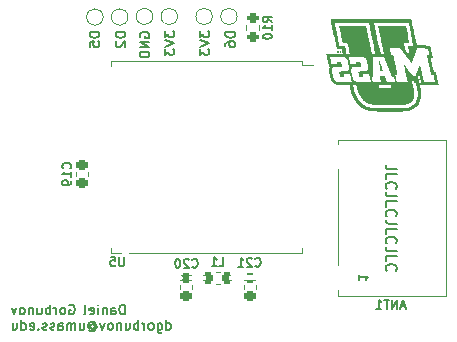
<source format=gbo>
%TF.GenerationSoftware,KiCad,Pcbnew,(7.0.0-0)*%
%TF.CreationDate,2023-03-07T12:57:00-05:00*%
%TF.ProjectId,Spatial Sense Module,53706174-6961-46c2-9053-656e7365204d,rev?*%
%TF.SameCoordinates,Original*%
%TF.FileFunction,Legend,Bot*%
%TF.FilePolarity,Positive*%
%FSLAX46Y46*%
G04 Gerber Fmt 4.6, Leading zero omitted, Abs format (unit mm)*
G04 Created by KiCad (PCBNEW (7.0.0-0)) date 2023-03-07 12:57:00*
%MOMM*%
%LPD*%
G01*
G04 APERTURE LIST*
G04 Aperture macros list*
%AMRoundRect*
0 Rectangle with rounded corners*
0 $1 Rounding radius*
0 $2 $3 $4 $5 $6 $7 $8 $9 X,Y pos of 4 corners*
0 Add a 4 corners polygon primitive as box body*
4,1,4,$2,$3,$4,$5,$6,$7,$8,$9,$2,$3,0*
0 Add four circle primitives for the rounded corners*
1,1,$1+$1,$2,$3*
1,1,$1+$1,$4,$5*
1,1,$1+$1,$6,$7*
1,1,$1+$1,$8,$9*
0 Add four rect primitives between the rounded corners*
20,1,$1+$1,$2,$3,$4,$5,0*
20,1,$1+$1,$4,$5,$6,$7,0*
20,1,$1+$1,$6,$7,$8,$9,0*
20,1,$1+$1,$8,$9,$2,$3,0*%
G04 Aperture macros list end*
%ADD10C,0.150000*%
%ADD11C,0.152400*%
%ADD12C,0.200000*%
%ADD13C,0.120000*%
%ADD14C,0.100000*%
%ADD15C,1.000000*%
%ADD16O,1.000000X1.000000*%
%ADD17C,0.900000*%
%ADD18C,0.650000*%
%ADD19O,2.100000X1.000000*%
%ADD20O,1.800000X1.000000*%
%ADD21RoundRect,0.200000X-0.275000X0.200000X-0.275000X-0.200000X0.275000X-0.200000X0.275000X0.200000X0*%
%ADD22RoundRect,0.225000X-0.250000X0.225000X-0.250000X-0.225000X0.250000X-0.225000X0.250000X0.225000X0*%
%ADD23RoundRect,0.218750X-0.218750X-0.256250X0.218750X-0.256250X0.218750X0.256250X-0.218750X0.256250X0*%
%ADD24R,2.500000X2.000000*%
%ADD25R,2.000000X1.000000*%
G04 APERTURE END LIST*
D10*
X207438214Y-146728571D02*
X207438214Y-147157142D01*
X207438214Y-146942857D02*
X208188214Y-146942857D01*
X208188214Y-146942857D02*
X208081071Y-147014285D01*
X208081071Y-147014285D02*
X208009642Y-147085714D01*
X208009642Y-147085714D02*
X207973928Y-147157142D01*
D11*
X187599410Y-150056383D02*
X187599410Y-149243583D01*
X187599410Y-149243583D02*
X187405886Y-149243583D01*
X187405886Y-149243583D02*
X187289772Y-149282288D01*
X187289772Y-149282288D02*
X187212362Y-149359697D01*
X187212362Y-149359697D02*
X187173657Y-149437107D01*
X187173657Y-149437107D02*
X187134953Y-149591926D01*
X187134953Y-149591926D02*
X187134953Y-149708040D01*
X187134953Y-149708040D02*
X187173657Y-149862859D01*
X187173657Y-149862859D02*
X187212362Y-149940268D01*
X187212362Y-149940268D02*
X187289772Y-150017678D01*
X187289772Y-150017678D02*
X187405886Y-150056383D01*
X187405886Y-150056383D02*
X187599410Y-150056383D01*
X186438267Y-150056383D02*
X186438267Y-149630630D01*
X186438267Y-149630630D02*
X186476972Y-149553221D01*
X186476972Y-149553221D02*
X186554381Y-149514516D01*
X186554381Y-149514516D02*
X186709200Y-149514516D01*
X186709200Y-149514516D02*
X186786610Y-149553221D01*
X186438267Y-150017678D02*
X186515676Y-150056383D01*
X186515676Y-150056383D02*
X186709200Y-150056383D01*
X186709200Y-150056383D02*
X186786610Y-150017678D01*
X186786610Y-150017678D02*
X186825314Y-149940268D01*
X186825314Y-149940268D02*
X186825314Y-149862859D01*
X186825314Y-149862859D02*
X186786610Y-149785449D01*
X186786610Y-149785449D02*
X186709200Y-149746745D01*
X186709200Y-149746745D02*
X186515676Y-149746745D01*
X186515676Y-149746745D02*
X186438267Y-149708040D01*
X186051220Y-149514516D02*
X186051220Y-150056383D01*
X186051220Y-149591926D02*
X186012515Y-149553221D01*
X186012515Y-149553221D02*
X185935105Y-149514516D01*
X185935105Y-149514516D02*
X185818991Y-149514516D01*
X185818991Y-149514516D02*
X185741582Y-149553221D01*
X185741582Y-149553221D02*
X185702877Y-149630630D01*
X185702877Y-149630630D02*
X185702877Y-150056383D01*
X185315830Y-150056383D02*
X185315830Y-149514516D01*
X185315830Y-149243583D02*
X185354534Y-149282288D01*
X185354534Y-149282288D02*
X185315830Y-149320992D01*
X185315830Y-149320992D02*
X185277125Y-149282288D01*
X185277125Y-149282288D02*
X185315830Y-149243583D01*
X185315830Y-149243583D02*
X185315830Y-149320992D01*
X184619144Y-150017678D02*
X184696553Y-150056383D01*
X184696553Y-150056383D02*
X184851372Y-150056383D01*
X184851372Y-150056383D02*
X184928782Y-150017678D01*
X184928782Y-150017678D02*
X184967486Y-149940268D01*
X184967486Y-149940268D02*
X184967486Y-149630630D01*
X184967486Y-149630630D02*
X184928782Y-149553221D01*
X184928782Y-149553221D02*
X184851372Y-149514516D01*
X184851372Y-149514516D02*
X184696553Y-149514516D01*
X184696553Y-149514516D02*
X184619144Y-149553221D01*
X184619144Y-149553221D02*
X184580439Y-149630630D01*
X184580439Y-149630630D02*
X184580439Y-149708040D01*
X184580439Y-149708040D02*
X184967486Y-149785449D01*
X184115981Y-150056383D02*
X184193391Y-150017678D01*
X184193391Y-150017678D02*
X184232096Y-149940268D01*
X184232096Y-149940268D02*
X184232096Y-149243583D01*
X182892911Y-149282288D02*
X182970321Y-149243583D01*
X182970321Y-149243583D02*
X183086435Y-149243583D01*
X183086435Y-149243583D02*
X183202549Y-149282288D01*
X183202549Y-149282288D02*
X183279959Y-149359697D01*
X183279959Y-149359697D02*
X183318664Y-149437107D01*
X183318664Y-149437107D02*
X183357368Y-149591926D01*
X183357368Y-149591926D02*
X183357368Y-149708040D01*
X183357368Y-149708040D02*
X183318664Y-149862859D01*
X183318664Y-149862859D02*
X183279959Y-149940268D01*
X183279959Y-149940268D02*
X183202549Y-150017678D01*
X183202549Y-150017678D02*
X183086435Y-150056383D01*
X183086435Y-150056383D02*
X183009026Y-150056383D01*
X183009026Y-150056383D02*
X182892911Y-150017678D01*
X182892911Y-150017678D02*
X182854207Y-149978973D01*
X182854207Y-149978973D02*
X182854207Y-149708040D01*
X182854207Y-149708040D02*
X183009026Y-149708040D01*
X182389749Y-150056383D02*
X182467159Y-150017678D01*
X182467159Y-150017678D02*
X182505864Y-149978973D01*
X182505864Y-149978973D02*
X182544568Y-149901564D01*
X182544568Y-149901564D02*
X182544568Y-149669335D01*
X182544568Y-149669335D02*
X182505864Y-149591926D01*
X182505864Y-149591926D02*
X182467159Y-149553221D01*
X182467159Y-149553221D02*
X182389749Y-149514516D01*
X182389749Y-149514516D02*
X182273635Y-149514516D01*
X182273635Y-149514516D02*
X182196226Y-149553221D01*
X182196226Y-149553221D02*
X182157521Y-149591926D01*
X182157521Y-149591926D02*
X182118816Y-149669335D01*
X182118816Y-149669335D02*
X182118816Y-149901564D01*
X182118816Y-149901564D02*
X182157521Y-149978973D01*
X182157521Y-149978973D02*
X182196226Y-150017678D01*
X182196226Y-150017678D02*
X182273635Y-150056383D01*
X182273635Y-150056383D02*
X182389749Y-150056383D01*
X181770474Y-150056383D02*
X181770474Y-149514516D01*
X181770474Y-149669335D02*
X181731769Y-149591926D01*
X181731769Y-149591926D02*
X181693064Y-149553221D01*
X181693064Y-149553221D02*
X181615655Y-149514516D01*
X181615655Y-149514516D02*
X181538245Y-149514516D01*
X181267312Y-150056383D02*
X181267312Y-149243583D01*
X181267312Y-149553221D02*
X181189902Y-149514516D01*
X181189902Y-149514516D02*
X181035083Y-149514516D01*
X181035083Y-149514516D02*
X180957674Y-149553221D01*
X180957674Y-149553221D02*
X180918969Y-149591926D01*
X180918969Y-149591926D02*
X180880264Y-149669335D01*
X180880264Y-149669335D02*
X180880264Y-149901564D01*
X180880264Y-149901564D02*
X180918969Y-149978973D01*
X180918969Y-149978973D02*
X180957674Y-150017678D01*
X180957674Y-150017678D02*
X181035083Y-150056383D01*
X181035083Y-150056383D02*
X181189902Y-150056383D01*
X181189902Y-150056383D02*
X181267312Y-150017678D01*
X180183579Y-149514516D02*
X180183579Y-150056383D01*
X180531922Y-149514516D02*
X180531922Y-149940268D01*
X180531922Y-149940268D02*
X180493217Y-150017678D01*
X180493217Y-150017678D02*
X180415807Y-150056383D01*
X180415807Y-150056383D02*
X180299693Y-150056383D01*
X180299693Y-150056383D02*
X180222284Y-150017678D01*
X180222284Y-150017678D02*
X180183579Y-149978973D01*
X179796532Y-149514516D02*
X179796532Y-150056383D01*
X179796532Y-149591926D02*
X179757827Y-149553221D01*
X179757827Y-149553221D02*
X179680417Y-149514516D01*
X179680417Y-149514516D02*
X179564303Y-149514516D01*
X179564303Y-149514516D02*
X179486894Y-149553221D01*
X179486894Y-149553221D02*
X179448189Y-149630630D01*
X179448189Y-149630630D02*
X179448189Y-150056383D01*
X178945027Y-150056383D02*
X179022437Y-150017678D01*
X179022437Y-150017678D02*
X179061142Y-149978973D01*
X179061142Y-149978973D02*
X179099846Y-149901564D01*
X179099846Y-149901564D02*
X179099846Y-149669335D01*
X179099846Y-149669335D02*
X179061142Y-149591926D01*
X179061142Y-149591926D02*
X179022437Y-149553221D01*
X179022437Y-149553221D02*
X178945027Y-149514516D01*
X178945027Y-149514516D02*
X178828913Y-149514516D01*
X178828913Y-149514516D02*
X178751504Y-149553221D01*
X178751504Y-149553221D02*
X178712799Y-149591926D01*
X178712799Y-149591926D02*
X178674094Y-149669335D01*
X178674094Y-149669335D02*
X178674094Y-149901564D01*
X178674094Y-149901564D02*
X178712799Y-149978973D01*
X178712799Y-149978973D02*
X178751504Y-150017678D01*
X178751504Y-150017678D02*
X178828913Y-150056383D01*
X178828913Y-150056383D02*
X178945027Y-150056383D01*
X178403161Y-149514516D02*
X178209637Y-150056383D01*
X178209637Y-150056383D02*
X178016114Y-149514516D01*
X191098319Y-151373119D02*
X191098319Y-150560319D01*
X191098319Y-151334414D02*
X191175728Y-151373119D01*
X191175728Y-151373119D02*
X191330547Y-151373119D01*
X191330547Y-151373119D02*
X191407957Y-151334414D01*
X191407957Y-151334414D02*
X191446662Y-151295709D01*
X191446662Y-151295709D02*
X191485366Y-151218300D01*
X191485366Y-151218300D02*
X191485366Y-150986071D01*
X191485366Y-150986071D02*
X191446662Y-150908662D01*
X191446662Y-150908662D02*
X191407957Y-150869957D01*
X191407957Y-150869957D02*
X191330547Y-150831252D01*
X191330547Y-150831252D02*
X191175728Y-150831252D01*
X191175728Y-150831252D02*
X191098319Y-150869957D01*
X190362929Y-150831252D02*
X190362929Y-151489233D01*
X190362929Y-151489233D02*
X190401634Y-151566643D01*
X190401634Y-151566643D02*
X190440338Y-151605347D01*
X190440338Y-151605347D02*
X190517748Y-151644052D01*
X190517748Y-151644052D02*
X190633862Y-151644052D01*
X190633862Y-151644052D02*
X190711272Y-151605347D01*
X190362929Y-151334414D02*
X190440338Y-151373119D01*
X190440338Y-151373119D02*
X190595157Y-151373119D01*
X190595157Y-151373119D02*
X190672567Y-151334414D01*
X190672567Y-151334414D02*
X190711272Y-151295709D01*
X190711272Y-151295709D02*
X190749976Y-151218300D01*
X190749976Y-151218300D02*
X190749976Y-150986071D01*
X190749976Y-150986071D02*
X190711272Y-150908662D01*
X190711272Y-150908662D02*
X190672567Y-150869957D01*
X190672567Y-150869957D02*
X190595157Y-150831252D01*
X190595157Y-150831252D02*
X190440338Y-150831252D01*
X190440338Y-150831252D02*
X190362929Y-150869957D01*
X189859767Y-151373119D02*
X189937177Y-151334414D01*
X189937177Y-151334414D02*
X189975882Y-151295709D01*
X189975882Y-151295709D02*
X190014586Y-151218300D01*
X190014586Y-151218300D02*
X190014586Y-150986071D01*
X190014586Y-150986071D02*
X189975882Y-150908662D01*
X189975882Y-150908662D02*
X189937177Y-150869957D01*
X189937177Y-150869957D02*
X189859767Y-150831252D01*
X189859767Y-150831252D02*
X189743653Y-150831252D01*
X189743653Y-150831252D02*
X189666244Y-150869957D01*
X189666244Y-150869957D02*
X189627539Y-150908662D01*
X189627539Y-150908662D02*
X189588834Y-150986071D01*
X189588834Y-150986071D02*
X189588834Y-151218300D01*
X189588834Y-151218300D02*
X189627539Y-151295709D01*
X189627539Y-151295709D02*
X189666244Y-151334414D01*
X189666244Y-151334414D02*
X189743653Y-151373119D01*
X189743653Y-151373119D02*
X189859767Y-151373119D01*
X189240492Y-151373119D02*
X189240492Y-150831252D01*
X189240492Y-150986071D02*
X189201787Y-150908662D01*
X189201787Y-150908662D02*
X189163082Y-150869957D01*
X189163082Y-150869957D02*
X189085673Y-150831252D01*
X189085673Y-150831252D02*
X189008263Y-150831252D01*
X188737330Y-151373119D02*
X188737330Y-150560319D01*
X188737330Y-150869957D02*
X188659920Y-150831252D01*
X188659920Y-150831252D02*
X188505101Y-150831252D01*
X188505101Y-150831252D02*
X188427692Y-150869957D01*
X188427692Y-150869957D02*
X188388987Y-150908662D01*
X188388987Y-150908662D02*
X188350282Y-150986071D01*
X188350282Y-150986071D02*
X188350282Y-151218300D01*
X188350282Y-151218300D02*
X188388987Y-151295709D01*
X188388987Y-151295709D02*
X188427692Y-151334414D01*
X188427692Y-151334414D02*
X188505101Y-151373119D01*
X188505101Y-151373119D02*
X188659920Y-151373119D01*
X188659920Y-151373119D02*
X188737330Y-151334414D01*
X187653597Y-150831252D02*
X187653597Y-151373119D01*
X188001940Y-150831252D02*
X188001940Y-151257004D01*
X188001940Y-151257004D02*
X187963235Y-151334414D01*
X187963235Y-151334414D02*
X187885825Y-151373119D01*
X187885825Y-151373119D02*
X187769711Y-151373119D01*
X187769711Y-151373119D02*
X187692302Y-151334414D01*
X187692302Y-151334414D02*
X187653597Y-151295709D01*
X187266550Y-150831252D02*
X187266550Y-151373119D01*
X187266550Y-150908662D02*
X187227845Y-150869957D01*
X187227845Y-150869957D02*
X187150435Y-150831252D01*
X187150435Y-150831252D02*
X187034321Y-150831252D01*
X187034321Y-150831252D02*
X186956912Y-150869957D01*
X186956912Y-150869957D02*
X186918207Y-150947366D01*
X186918207Y-150947366D02*
X186918207Y-151373119D01*
X186415045Y-151373119D02*
X186492455Y-151334414D01*
X186492455Y-151334414D02*
X186531160Y-151295709D01*
X186531160Y-151295709D02*
X186569864Y-151218300D01*
X186569864Y-151218300D02*
X186569864Y-150986071D01*
X186569864Y-150986071D02*
X186531160Y-150908662D01*
X186531160Y-150908662D02*
X186492455Y-150869957D01*
X186492455Y-150869957D02*
X186415045Y-150831252D01*
X186415045Y-150831252D02*
X186298931Y-150831252D01*
X186298931Y-150831252D02*
X186221522Y-150869957D01*
X186221522Y-150869957D02*
X186182817Y-150908662D01*
X186182817Y-150908662D02*
X186144112Y-150986071D01*
X186144112Y-150986071D02*
X186144112Y-151218300D01*
X186144112Y-151218300D02*
X186182817Y-151295709D01*
X186182817Y-151295709D02*
X186221522Y-151334414D01*
X186221522Y-151334414D02*
X186298931Y-151373119D01*
X186298931Y-151373119D02*
X186415045Y-151373119D01*
X185873179Y-150831252D02*
X185679655Y-151373119D01*
X185679655Y-151373119D02*
X185486132Y-150831252D01*
X184673332Y-150986071D02*
X184712037Y-150947366D01*
X184712037Y-150947366D02*
X184789446Y-150908662D01*
X184789446Y-150908662D02*
X184866856Y-150908662D01*
X184866856Y-150908662D02*
X184944265Y-150947366D01*
X184944265Y-150947366D02*
X184982970Y-150986071D01*
X184982970Y-150986071D02*
X185021675Y-151063481D01*
X185021675Y-151063481D02*
X185021675Y-151140890D01*
X185021675Y-151140890D02*
X184982970Y-151218300D01*
X184982970Y-151218300D02*
X184944265Y-151257004D01*
X184944265Y-151257004D02*
X184866856Y-151295709D01*
X184866856Y-151295709D02*
X184789446Y-151295709D01*
X184789446Y-151295709D02*
X184712037Y-151257004D01*
X184712037Y-151257004D02*
X184673332Y-151218300D01*
X184673332Y-150908662D02*
X184673332Y-151218300D01*
X184673332Y-151218300D02*
X184634627Y-151257004D01*
X184634627Y-151257004D02*
X184595922Y-151257004D01*
X184595922Y-151257004D02*
X184518513Y-151218300D01*
X184518513Y-151218300D02*
X184479808Y-151140890D01*
X184479808Y-151140890D02*
X184479808Y-150947366D01*
X184479808Y-150947366D02*
X184557218Y-150831252D01*
X184557218Y-150831252D02*
X184673332Y-150753843D01*
X184673332Y-150753843D02*
X184828151Y-150715138D01*
X184828151Y-150715138D02*
X184982970Y-150753843D01*
X184982970Y-150753843D02*
X185099084Y-150831252D01*
X185099084Y-150831252D02*
X185176494Y-150947366D01*
X185176494Y-150947366D02*
X185215198Y-151102185D01*
X185215198Y-151102185D02*
X185176494Y-151257004D01*
X185176494Y-151257004D02*
X185099084Y-151373119D01*
X185099084Y-151373119D02*
X184982970Y-151450528D01*
X184982970Y-151450528D02*
X184828151Y-151489233D01*
X184828151Y-151489233D02*
X184673332Y-151450528D01*
X184673332Y-151450528D02*
X184557218Y-151373119D01*
X183783122Y-150831252D02*
X183783122Y-151373119D01*
X184131465Y-150831252D02*
X184131465Y-151257004D01*
X184131465Y-151257004D02*
X184092760Y-151334414D01*
X184092760Y-151334414D02*
X184015350Y-151373119D01*
X184015350Y-151373119D02*
X183899236Y-151373119D01*
X183899236Y-151373119D02*
X183821827Y-151334414D01*
X183821827Y-151334414D02*
X183783122Y-151295709D01*
X183396075Y-151373119D02*
X183396075Y-150831252D01*
X183396075Y-150908662D02*
X183357370Y-150869957D01*
X183357370Y-150869957D02*
X183279960Y-150831252D01*
X183279960Y-150831252D02*
X183163846Y-150831252D01*
X183163846Y-150831252D02*
X183086437Y-150869957D01*
X183086437Y-150869957D02*
X183047732Y-150947366D01*
X183047732Y-150947366D02*
X183047732Y-151373119D01*
X183047732Y-150947366D02*
X183009027Y-150869957D01*
X183009027Y-150869957D02*
X182931618Y-150831252D01*
X182931618Y-150831252D02*
X182815503Y-150831252D01*
X182815503Y-150831252D02*
X182738094Y-150869957D01*
X182738094Y-150869957D02*
X182699389Y-150947366D01*
X182699389Y-150947366D02*
X182699389Y-151373119D01*
X181963999Y-151373119D02*
X181963999Y-150947366D01*
X181963999Y-150947366D02*
X182002704Y-150869957D01*
X182002704Y-150869957D02*
X182080113Y-150831252D01*
X182080113Y-150831252D02*
X182234932Y-150831252D01*
X182234932Y-150831252D02*
X182312342Y-150869957D01*
X181963999Y-151334414D02*
X182041408Y-151373119D01*
X182041408Y-151373119D02*
X182234932Y-151373119D01*
X182234932Y-151373119D02*
X182312342Y-151334414D01*
X182312342Y-151334414D02*
X182351046Y-151257004D01*
X182351046Y-151257004D02*
X182351046Y-151179595D01*
X182351046Y-151179595D02*
X182312342Y-151102185D01*
X182312342Y-151102185D02*
X182234932Y-151063481D01*
X182234932Y-151063481D02*
X182041408Y-151063481D01*
X182041408Y-151063481D02*
X181963999Y-151024776D01*
X181615656Y-151334414D02*
X181538247Y-151373119D01*
X181538247Y-151373119D02*
X181383428Y-151373119D01*
X181383428Y-151373119D02*
X181306018Y-151334414D01*
X181306018Y-151334414D02*
X181267314Y-151257004D01*
X181267314Y-151257004D02*
X181267314Y-151218300D01*
X181267314Y-151218300D02*
X181306018Y-151140890D01*
X181306018Y-151140890D02*
X181383428Y-151102185D01*
X181383428Y-151102185D02*
X181499542Y-151102185D01*
X181499542Y-151102185D02*
X181576952Y-151063481D01*
X181576952Y-151063481D02*
X181615656Y-150986071D01*
X181615656Y-150986071D02*
X181615656Y-150947366D01*
X181615656Y-150947366D02*
X181576952Y-150869957D01*
X181576952Y-150869957D02*
X181499542Y-150831252D01*
X181499542Y-150831252D02*
X181383428Y-150831252D01*
X181383428Y-150831252D02*
X181306018Y-150869957D01*
X180957675Y-151334414D02*
X180880266Y-151373119D01*
X180880266Y-151373119D02*
X180725447Y-151373119D01*
X180725447Y-151373119D02*
X180648037Y-151334414D01*
X180648037Y-151334414D02*
X180609333Y-151257004D01*
X180609333Y-151257004D02*
X180609333Y-151218300D01*
X180609333Y-151218300D02*
X180648037Y-151140890D01*
X180648037Y-151140890D02*
X180725447Y-151102185D01*
X180725447Y-151102185D02*
X180841561Y-151102185D01*
X180841561Y-151102185D02*
X180918971Y-151063481D01*
X180918971Y-151063481D02*
X180957675Y-150986071D01*
X180957675Y-150986071D02*
X180957675Y-150947366D01*
X180957675Y-150947366D02*
X180918971Y-150869957D01*
X180918971Y-150869957D02*
X180841561Y-150831252D01*
X180841561Y-150831252D02*
X180725447Y-150831252D01*
X180725447Y-150831252D02*
X180648037Y-150869957D01*
X180260990Y-151295709D02*
X180222285Y-151334414D01*
X180222285Y-151334414D02*
X180260990Y-151373119D01*
X180260990Y-151373119D02*
X180299694Y-151334414D01*
X180299694Y-151334414D02*
X180260990Y-151295709D01*
X180260990Y-151295709D02*
X180260990Y-151373119D01*
X179564304Y-151334414D02*
X179641713Y-151373119D01*
X179641713Y-151373119D02*
X179796532Y-151373119D01*
X179796532Y-151373119D02*
X179873942Y-151334414D01*
X179873942Y-151334414D02*
X179912646Y-151257004D01*
X179912646Y-151257004D02*
X179912646Y-150947366D01*
X179912646Y-150947366D02*
X179873942Y-150869957D01*
X179873942Y-150869957D02*
X179796532Y-150831252D01*
X179796532Y-150831252D02*
X179641713Y-150831252D01*
X179641713Y-150831252D02*
X179564304Y-150869957D01*
X179564304Y-150869957D02*
X179525599Y-150947366D01*
X179525599Y-150947366D02*
X179525599Y-151024776D01*
X179525599Y-151024776D02*
X179912646Y-151102185D01*
X178828913Y-151373119D02*
X178828913Y-150560319D01*
X178828913Y-151334414D02*
X178906322Y-151373119D01*
X178906322Y-151373119D02*
X179061141Y-151373119D01*
X179061141Y-151373119D02*
X179138551Y-151334414D01*
X179138551Y-151334414D02*
X179177256Y-151295709D01*
X179177256Y-151295709D02*
X179215960Y-151218300D01*
X179215960Y-151218300D02*
X179215960Y-150986071D01*
X179215960Y-150986071D02*
X179177256Y-150908662D01*
X179177256Y-150908662D02*
X179138551Y-150869957D01*
X179138551Y-150869957D02*
X179061141Y-150831252D01*
X179061141Y-150831252D02*
X178906322Y-150831252D01*
X178906322Y-150831252D02*
X178828913Y-150869957D01*
X178093523Y-150831252D02*
X178093523Y-151373119D01*
X178441866Y-150831252D02*
X178441866Y-151257004D01*
X178441866Y-151257004D02*
X178403161Y-151334414D01*
X178403161Y-151334414D02*
X178325751Y-151373119D01*
X178325751Y-151373119D02*
X178209637Y-151373119D01*
X178209637Y-151373119D02*
X178132228Y-151334414D01*
X178132228Y-151334414D02*
X178093523Y-151295709D01*
X188899024Y-126619276D02*
X188860319Y-126541866D01*
X188860319Y-126541866D02*
X188860319Y-126425752D01*
X188860319Y-126425752D02*
X188899024Y-126309638D01*
X188899024Y-126309638D02*
X188976433Y-126232228D01*
X188976433Y-126232228D02*
X189053843Y-126193523D01*
X189053843Y-126193523D02*
X189208662Y-126154819D01*
X189208662Y-126154819D02*
X189324776Y-126154819D01*
X189324776Y-126154819D02*
X189479595Y-126193523D01*
X189479595Y-126193523D02*
X189557004Y-126232228D01*
X189557004Y-126232228D02*
X189634414Y-126309638D01*
X189634414Y-126309638D02*
X189673119Y-126425752D01*
X189673119Y-126425752D02*
X189673119Y-126503161D01*
X189673119Y-126503161D02*
X189634414Y-126619276D01*
X189634414Y-126619276D02*
X189595709Y-126657980D01*
X189595709Y-126657980D02*
X189324776Y-126657980D01*
X189324776Y-126657980D02*
X189324776Y-126503161D01*
X189673119Y-127006323D02*
X188860319Y-127006323D01*
X188860319Y-127006323D02*
X189673119Y-127470780D01*
X189673119Y-127470780D02*
X188860319Y-127470780D01*
X189673119Y-127857828D02*
X188860319Y-127857828D01*
X188860319Y-127857828D02*
X188860319Y-128051352D01*
X188860319Y-128051352D02*
X188899024Y-128167466D01*
X188899024Y-128167466D02*
X188976433Y-128244876D01*
X188976433Y-128244876D02*
X189053843Y-128283581D01*
X189053843Y-128283581D02*
X189208662Y-128322285D01*
X189208662Y-128322285D02*
X189324776Y-128322285D01*
X189324776Y-128322285D02*
X189479595Y-128283581D01*
X189479595Y-128283581D02*
X189557004Y-128244876D01*
X189557004Y-128244876D02*
X189634414Y-128167466D01*
X189634414Y-128167466D02*
X189673119Y-128051352D01*
X189673119Y-128051352D02*
X189673119Y-127857828D01*
X193910319Y-126116114D02*
X193910319Y-126619276D01*
X193910319Y-126619276D02*
X194219957Y-126348342D01*
X194219957Y-126348342D02*
X194219957Y-126464457D01*
X194219957Y-126464457D02*
X194258662Y-126541866D01*
X194258662Y-126541866D02*
X194297366Y-126580571D01*
X194297366Y-126580571D02*
X194374776Y-126619276D01*
X194374776Y-126619276D02*
X194568300Y-126619276D01*
X194568300Y-126619276D02*
X194645709Y-126580571D01*
X194645709Y-126580571D02*
X194684414Y-126541866D01*
X194684414Y-126541866D02*
X194723119Y-126464457D01*
X194723119Y-126464457D02*
X194723119Y-126232228D01*
X194723119Y-126232228D02*
X194684414Y-126154819D01*
X194684414Y-126154819D02*
X194645709Y-126116114D01*
X193910319Y-126851504D02*
X194723119Y-127122437D01*
X194723119Y-127122437D02*
X193910319Y-127393371D01*
X193910319Y-127586895D02*
X193910319Y-128090057D01*
X193910319Y-128090057D02*
X194219957Y-127819123D01*
X194219957Y-127819123D02*
X194219957Y-127935238D01*
X194219957Y-127935238D02*
X194258662Y-128012647D01*
X194258662Y-128012647D02*
X194297366Y-128051352D01*
X194297366Y-128051352D02*
X194374776Y-128090057D01*
X194374776Y-128090057D02*
X194568300Y-128090057D01*
X194568300Y-128090057D02*
X194645709Y-128051352D01*
X194645709Y-128051352D02*
X194684414Y-128012647D01*
X194684414Y-128012647D02*
X194723119Y-127935238D01*
X194723119Y-127935238D02*
X194723119Y-127703009D01*
X194723119Y-127703009D02*
X194684414Y-127625600D01*
X194684414Y-127625600D02*
X194645709Y-127586895D01*
X196923119Y-126193523D02*
X196110319Y-126193523D01*
X196110319Y-126193523D02*
X196110319Y-126387047D01*
X196110319Y-126387047D02*
X196149024Y-126503161D01*
X196149024Y-126503161D02*
X196226433Y-126580571D01*
X196226433Y-126580571D02*
X196303843Y-126619276D01*
X196303843Y-126619276D02*
X196458662Y-126657980D01*
X196458662Y-126657980D02*
X196574776Y-126657980D01*
X196574776Y-126657980D02*
X196729595Y-126619276D01*
X196729595Y-126619276D02*
X196807004Y-126580571D01*
X196807004Y-126580571D02*
X196884414Y-126503161D01*
X196884414Y-126503161D02*
X196923119Y-126387047D01*
X196923119Y-126387047D02*
X196923119Y-126193523D01*
X196110319Y-127354666D02*
X196110319Y-127199847D01*
X196110319Y-127199847D02*
X196149024Y-127122438D01*
X196149024Y-127122438D02*
X196187728Y-127083733D01*
X196187728Y-127083733D02*
X196303843Y-127006323D01*
X196303843Y-127006323D02*
X196458662Y-126967619D01*
X196458662Y-126967619D02*
X196768300Y-126967619D01*
X196768300Y-126967619D02*
X196845709Y-127006323D01*
X196845709Y-127006323D02*
X196884414Y-127045028D01*
X196884414Y-127045028D02*
X196923119Y-127122438D01*
X196923119Y-127122438D02*
X196923119Y-127277257D01*
X196923119Y-127277257D02*
X196884414Y-127354666D01*
X196884414Y-127354666D02*
X196845709Y-127393371D01*
X196845709Y-127393371D02*
X196768300Y-127432076D01*
X196768300Y-127432076D02*
X196574776Y-127432076D01*
X196574776Y-127432076D02*
X196497366Y-127393371D01*
X196497366Y-127393371D02*
X196458662Y-127354666D01*
X196458662Y-127354666D02*
X196419957Y-127277257D01*
X196419957Y-127277257D02*
X196419957Y-127122438D01*
X196419957Y-127122438D02*
X196458662Y-127045028D01*
X196458662Y-127045028D02*
X196497366Y-127006323D01*
X196497366Y-127006323D02*
X196574776Y-126967619D01*
D12*
X210595857Y-137771428D02*
X209953000Y-137771428D01*
X209953000Y-137771428D02*
X209824428Y-137728571D01*
X209824428Y-137728571D02*
X209738714Y-137642857D01*
X209738714Y-137642857D02*
X209695857Y-137514285D01*
X209695857Y-137514285D02*
X209695857Y-137428571D01*
X209695857Y-138628571D02*
X209695857Y-138199999D01*
X209695857Y-138199999D02*
X210595857Y-138199999D01*
X209781571Y-139442856D02*
X209738714Y-139399999D01*
X209738714Y-139399999D02*
X209695857Y-139271427D01*
X209695857Y-139271427D02*
X209695857Y-139185713D01*
X209695857Y-139185713D02*
X209738714Y-139057142D01*
X209738714Y-139057142D02*
X209824428Y-138971427D01*
X209824428Y-138971427D02*
X209910142Y-138928570D01*
X209910142Y-138928570D02*
X210081571Y-138885713D01*
X210081571Y-138885713D02*
X210210142Y-138885713D01*
X210210142Y-138885713D02*
X210381571Y-138928570D01*
X210381571Y-138928570D02*
X210467285Y-138971427D01*
X210467285Y-138971427D02*
X210553000Y-139057142D01*
X210553000Y-139057142D02*
X210595857Y-139185713D01*
X210595857Y-139185713D02*
X210595857Y-139271427D01*
X210595857Y-139271427D02*
X210553000Y-139399999D01*
X210553000Y-139399999D02*
X210510142Y-139442856D01*
X210595857Y-140085713D02*
X209953000Y-140085713D01*
X209953000Y-140085713D02*
X209824428Y-140042856D01*
X209824428Y-140042856D02*
X209738714Y-139957142D01*
X209738714Y-139957142D02*
X209695857Y-139828570D01*
X209695857Y-139828570D02*
X209695857Y-139742856D01*
X209695857Y-140942856D02*
X209695857Y-140514284D01*
X209695857Y-140514284D02*
X210595857Y-140514284D01*
X209781571Y-141757141D02*
X209738714Y-141714284D01*
X209738714Y-141714284D02*
X209695857Y-141585712D01*
X209695857Y-141585712D02*
X209695857Y-141499998D01*
X209695857Y-141499998D02*
X209738714Y-141371427D01*
X209738714Y-141371427D02*
X209824428Y-141285712D01*
X209824428Y-141285712D02*
X209910142Y-141242855D01*
X209910142Y-141242855D02*
X210081571Y-141199998D01*
X210081571Y-141199998D02*
X210210142Y-141199998D01*
X210210142Y-141199998D02*
X210381571Y-141242855D01*
X210381571Y-141242855D02*
X210467285Y-141285712D01*
X210467285Y-141285712D02*
X210553000Y-141371427D01*
X210553000Y-141371427D02*
X210595857Y-141499998D01*
X210595857Y-141499998D02*
X210595857Y-141585712D01*
X210595857Y-141585712D02*
X210553000Y-141714284D01*
X210553000Y-141714284D02*
X210510142Y-141757141D01*
X210595857Y-142399998D02*
X209953000Y-142399998D01*
X209953000Y-142399998D02*
X209824428Y-142357141D01*
X209824428Y-142357141D02*
X209738714Y-142271427D01*
X209738714Y-142271427D02*
X209695857Y-142142855D01*
X209695857Y-142142855D02*
X209695857Y-142057141D01*
X209695857Y-143257141D02*
X209695857Y-142828569D01*
X209695857Y-142828569D02*
X210595857Y-142828569D01*
X209781571Y-144071426D02*
X209738714Y-144028569D01*
X209738714Y-144028569D02*
X209695857Y-143899997D01*
X209695857Y-143899997D02*
X209695857Y-143814283D01*
X209695857Y-143814283D02*
X209738714Y-143685712D01*
X209738714Y-143685712D02*
X209824428Y-143599997D01*
X209824428Y-143599997D02*
X209910142Y-143557140D01*
X209910142Y-143557140D02*
X210081571Y-143514283D01*
X210081571Y-143514283D02*
X210210142Y-143514283D01*
X210210142Y-143514283D02*
X210381571Y-143557140D01*
X210381571Y-143557140D02*
X210467285Y-143599997D01*
X210467285Y-143599997D02*
X210553000Y-143685712D01*
X210553000Y-143685712D02*
X210595857Y-143814283D01*
X210595857Y-143814283D02*
X210595857Y-143899997D01*
X210595857Y-143899997D02*
X210553000Y-144028569D01*
X210553000Y-144028569D02*
X210510142Y-144071426D01*
X210595857Y-144714283D02*
X209953000Y-144714283D01*
X209953000Y-144714283D02*
X209824428Y-144671426D01*
X209824428Y-144671426D02*
X209738714Y-144585712D01*
X209738714Y-144585712D02*
X209695857Y-144457140D01*
X209695857Y-144457140D02*
X209695857Y-144371426D01*
X209695857Y-145571426D02*
X209695857Y-145142854D01*
X209695857Y-145142854D02*
X210595857Y-145142854D01*
X209781571Y-146385711D02*
X209738714Y-146342854D01*
X209738714Y-146342854D02*
X209695857Y-146214282D01*
X209695857Y-146214282D02*
X209695857Y-146128568D01*
X209695857Y-146128568D02*
X209738714Y-145999997D01*
X209738714Y-145999997D02*
X209824428Y-145914282D01*
X209824428Y-145914282D02*
X209910142Y-145871425D01*
X209910142Y-145871425D02*
X210081571Y-145828568D01*
X210081571Y-145828568D02*
X210210142Y-145828568D01*
X210210142Y-145828568D02*
X210381571Y-145871425D01*
X210381571Y-145871425D02*
X210467285Y-145914282D01*
X210467285Y-145914282D02*
X210553000Y-145999997D01*
X210553000Y-145999997D02*
X210595857Y-146128568D01*
X210595857Y-146128568D02*
X210595857Y-146214282D01*
X210595857Y-146214282D02*
X210553000Y-146342854D01*
X210553000Y-146342854D02*
X210510142Y-146385711D01*
D11*
X187623119Y-126193523D02*
X186810319Y-126193523D01*
X186810319Y-126193523D02*
X186810319Y-126387047D01*
X186810319Y-126387047D02*
X186849024Y-126503161D01*
X186849024Y-126503161D02*
X186926433Y-126580571D01*
X186926433Y-126580571D02*
X187003843Y-126619276D01*
X187003843Y-126619276D02*
X187158662Y-126657980D01*
X187158662Y-126657980D02*
X187274776Y-126657980D01*
X187274776Y-126657980D02*
X187429595Y-126619276D01*
X187429595Y-126619276D02*
X187507004Y-126580571D01*
X187507004Y-126580571D02*
X187584414Y-126503161D01*
X187584414Y-126503161D02*
X187623119Y-126387047D01*
X187623119Y-126387047D02*
X187623119Y-126193523D01*
X186887728Y-126967619D02*
X186849024Y-127006323D01*
X186849024Y-127006323D02*
X186810319Y-127083733D01*
X186810319Y-127083733D02*
X186810319Y-127277257D01*
X186810319Y-127277257D02*
X186849024Y-127354666D01*
X186849024Y-127354666D02*
X186887728Y-127393371D01*
X186887728Y-127393371D02*
X186965138Y-127432076D01*
X186965138Y-127432076D02*
X187042547Y-127432076D01*
X187042547Y-127432076D02*
X187158662Y-127393371D01*
X187158662Y-127393371D02*
X187623119Y-126928914D01*
X187623119Y-126928914D02*
X187623119Y-127432076D01*
X185423119Y-126193523D02*
X184610319Y-126193523D01*
X184610319Y-126193523D02*
X184610319Y-126387047D01*
X184610319Y-126387047D02*
X184649024Y-126503161D01*
X184649024Y-126503161D02*
X184726433Y-126580571D01*
X184726433Y-126580571D02*
X184803843Y-126619276D01*
X184803843Y-126619276D02*
X184958662Y-126657980D01*
X184958662Y-126657980D02*
X185074776Y-126657980D01*
X185074776Y-126657980D02*
X185229595Y-126619276D01*
X185229595Y-126619276D02*
X185307004Y-126580571D01*
X185307004Y-126580571D02*
X185384414Y-126503161D01*
X185384414Y-126503161D02*
X185423119Y-126387047D01*
X185423119Y-126387047D02*
X185423119Y-126193523D01*
X184610319Y-127393371D02*
X184610319Y-127006323D01*
X184610319Y-127006323D02*
X184997366Y-126967619D01*
X184997366Y-126967619D02*
X184958662Y-127006323D01*
X184958662Y-127006323D02*
X184919957Y-127083733D01*
X184919957Y-127083733D02*
X184919957Y-127277257D01*
X184919957Y-127277257D02*
X184958662Y-127354666D01*
X184958662Y-127354666D02*
X184997366Y-127393371D01*
X184997366Y-127393371D02*
X185074776Y-127432076D01*
X185074776Y-127432076D02*
X185268300Y-127432076D01*
X185268300Y-127432076D02*
X185345709Y-127393371D01*
X185345709Y-127393371D02*
X185384414Y-127354666D01*
X185384414Y-127354666D02*
X185423119Y-127277257D01*
X185423119Y-127277257D02*
X185423119Y-127083733D01*
X185423119Y-127083733D02*
X185384414Y-127006323D01*
X185384414Y-127006323D02*
X185345709Y-126967619D01*
X190960319Y-126116114D02*
X190960319Y-126619276D01*
X190960319Y-126619276D02*
X191269957Y-126348342D01*
X191269957Y-126348342D02*
X191269957Y-126464457D01*
X191269957Y-126464457D02*
X191308662Y-126541866D01*
X191308662Y-126541866D02*
X191347366Y-126580571D01*
X191347366Y-126580571D02*
X191424776Y-126619276D01*
X191424776Y-126619276D02*
X191618300Y-126619276D01*
X191618300Y-126619276D02*
X191695709Y-126580571D01*
X191695709Y-126580571D02*
X191734414Y-126541866D01*
X191734414Y-126541866D02*
X191773119Y-126464457D01*
X191773119Y-126464457D02*
X191773119Y-126232228D01*
X191773119Y-126232228D02*
X191734414Y-126154819D01*
X191734414Y-126154819D02*
X191695709Y-126116114D01*
X190960319Y-126851504D02*
X191773119Y-127122437D01*
X191773119Y-127122437D02*
X190960319Y-127393371D01*
X190960319Y-127586895D02*
X190960319Y-128090057D01*
X190960319Y-128090057D02*
X191269957Y-127819123D01*
X191269957Y-127819123D02*
X191269957Y-127935238D01*
X191269957Y-127935238D02*
X191308662Y-128012647D01*
X191308662Y-128012647D02*
X191347366Y-128051352D01*
X191347366Y-128051352D02*
X191424776Y-128090057D01*
X191424776Y-128090057D02*
X191618300Y-128090057D01*
X191618300Y-128090057D02*
X191695709Y-128051352D01*
X191695709Y-128051352D02*
X191734414Y-128012647D01*
X191734414Y-128012647D02*
X191773119Y-127935238D01*
X191773119Y-127935238D02*
X191773119Y-127703009D01*
X191773119Y-127703009D02*
X191734414Y-127625600D01*
X191734414Y-127625600D02*
X191695709Y-127586895D01*
D10*
%TO.C,R10*%
X200025535Y-125317856D02*
X199668392Y-125067856D01*
X200025535Y-124889285D02*
X199275535Y-124889285D01*
X199275535Y-124889285D02*
X199275535Y-125174999D01*
X199275535Y-125174999D02*
X199311250Y-125246428D01*
X199311250Y-125246428D02*
X199346964Y-125282142D01*
X199346964Y-125282142D02*
X199418392Y-125317856D01*
X199418392Y-125317856D02*
X199525535Y-125317856D01*
X199525535Y-125317856D02*
X199596964Y-125282142D01*
X199596964Y-125282142D02*
X199632678Y-125246428D01*
X199632678Y-125246428D02*
X199668392Y-125174999D01*
X199668392Y-125174999D02*
X199668392Y-124889285D01*
X200025535Y-126032142D02*
X200025535Y-125603571D01*
X200025535Y-125817856D02*
X199275535Y-125817856D01*
X199275535Y-125817856D02*
X199382678Y-125746428D01*
X199382678Y-125746428D02*
X199454107Y-125674999D01*
X199454107Y-125674999D02*
X199489821Y-125603571D01*
X199275535Y-126496428D02*
X199275535Y-126567857D01*
X199275535Y-126567857D02*
X199311250Y-126639285D01*
X199311250Y-126639285D02*
X199346964Y-126675000D01*
X199346964Y-126675000D02*
X199418392Y-126710714D01*
X199418392Y-126710714D02*
X199561250Y-126746428D01*
X199561250Y-126746428D02*
X199739821Y-126746428D01*
X199739821Y-126746428D02*
X199882678Y-126710714D01*
X199882678Y-126710714D02*
X199954107Y-126675000D01*
X199954107Y-126675000D02*
X199989821Y-126639285D01*
X199989821Y-126639285D02*
X200025535Y-126567857D01*
X200025535Y-126567857D02*
X200025535Y-126496428D01*
X200025535Y-126496428D02*
X199989821Y-126425000D01*
X199989821Y-126425000D02*
X199954107Y-126389285D01*
X199954107Y-126389285D02*
X199882678Y-126353571D01*
X199882678Y-126353571D02*
X199739821Y-126317857D01*
X199739821Y-126317857D02*
X199561250Y-126317857D01*
X199561250Y-126317857D02*
X199418392Y-126353571D01*
X199418392Y-126353571D02*
X199346964Y-126389285D01*
X199346964Y-126389285D02*
X199311250Y-126425000D01*
X199311250Y-126425000D02*
X199275535Y-126496428D01*
%TO.C,C20*%
X193282143Y-146054107D02*
X193317857Y-146089821D01*
X193317857Y-146089821D02*
X193425000Y-146125535D01*
X193425000Y-146125535D02*
X193496428Y-146125535D01*
X193496428Y-146125535D02*
X193603571Y-146089821D01*
X193603571Y-146089821D02*
X193675000Y-146018392D01*
X193675000Y-146018392D02*
X193710714Y-145946964D01*
X193710714Y-145946964D02*
X193746428Y-145804107D01*
X193746428Y-145804107D02*
X193746428Y-145696964D01*
X193746428Y-145696964D02*
X193710714Y-145554107D01*
X193710714Y-145554107D02*
X193675000Y-145482678D01*
X193675000Y-145482678D02*
X193603571Y-145411250D01*
X193603571Y-145411250D02*
X193496428Y-145375535D01*
X193496428Y-145375535D02*
X193425000Y-145375535D01*
X193425000Y-145375535D02*
X193317857Y-145411250D01*
X193317857Y-145411250D02*
X193282143Y-145446964D01*
X192996428Y-145446964D02*
X192960714Y-145411250D01*
X192960714Y-145411250D02*
X192889286Y-145375535D01*
X192889286Y-145375535D02*
X192710714Y-145375535D01*
X192710714Y-145375535D02*
X192639286Y-145411250D01*
X192639286Y-145411250D02*
X192603571Y-145446964D01*
X192603571Y-145446964D02*
X192567857Y-145518392D01*
X192567857Y-145518392D02*
X192567857Y-145589821D01*
X192567857Y-145589821D02*
X192603571Y-145696964D01*
X192603571Y-145696964D02*
X193032143Y-146125535D01*
X193032143Y-146125535D02*
X192567857Y-146125535D01*
X192103571Y-145375535D02*
X192032142Y-145375535D01*
X192032142Y-145375535D02*
X191960714Y-145411250D01*
X191960714Y-145411250D02*
X191925000Y-145446964D01*
X191925000Y-145446964D02*
X191889285Y-145518392D01*
X191889285Y-145518392D02*
X191853571Y-145661250D01*
X191853571Y-145661250D02*
X191853571Y-145839821D01*
X191853571Y-145839821D02*
X191889285Y-145982678D01*
X191889285Y-145982678D02*
X191925000Y-146054107D01*
X191925000Y-146054107D02*
X191960714Y-146089821D01*
X191960714Y-146089821D02*
X192032142Y-146125535D01*
X192032142Y-146125535D02*
X192103571Y-146125535D01*
X192103571Y-146125535D02*
X192175000Y-146089821D01*
X192175000Y-146089821D02*
X192210714Y-146054107D01*
X192210714Y-146054107D02*
X192246428Y-145982678D01*
X192246428Y-145982678D02*
X192282142Y-145839821D01*
X192282142Y-145839821D02*
X192282142Y-145661250D01*
X192282142Y-145661250D02*
X192246428Y-145518392D01*
X192246428Y-145518392D02*
X192210714Y-145446964D01*
X192210714Y-145446964D02*
X192175000Y-145411250D01*
X192175000Y-145411250D02*
X192103571Y-145375535D01*
%TO.C,L1*%
X195574999Y-145975535D02*
X195932142Y-145975535D01*
X195932142Y-145975535D02*
X195932142Y-145225535D01*
X194932142Y-145975535D02*
X195360713Y-145975535D01*
X195146428Y-145975535D02*
X195146428Y-145225535D01*
X195146428Y-145225535D02*
X195217856Y-145332678D01*
X195217856Y-145332678D02*
X195289285Y-145404107D01*
X195289285Y-145404107D02*
X195360713Y-145439821D01*
%TO.C,ANT1*%
X211314285Y-149361250D02*
X210957143Y-149361250D01*
X211385714Y-149575535D02*
X211135714Y-148825535D01*
X211135714Y-148825535D02*
X210885714Y-149575535D01*
X210635714Y-149575535D02*
X210635714Y-148825535D01*
X210635714Y-148825535D02*
X210207143Y-149575535D01*
X210207143Y-149575535D02*
X210207143Y-148825535D01*
X209957143Y-148825535D02*
X209528572Y-148825535D01*
X209742857Y-149575535D02*
X209742857Y-148825535D01*
X208885714Y-149575535D02*
X209314285Y-149575535D01*
X209100000Y-149575535D02*
X209100000Y-148825535D01*
X209100000Y-148825535D02*
X209171428Y-148932678D01*
X209171428Y-148932678D02*
X209242857Y-149004107D01*
X209242857Y-149004107D02*
X209314285Y-149039821D01*
%TO.C,C21*%
X198632143Y-145954107D02*
X198667857Y-145989821D01*
X198667857Y-145989821D02*
X198775000Y-146025535D01*
X198775000Y-146025535D02*
X198846428Y-146025535D01*
X198846428Y-146025535D02*
X198953571Y-145989821D01*
X198953571Y-145989821D02*
X199025000Y-145918392D01*
X199025000Y-145918392D02*
X199060714Y-145846964D01*
X199060714Y-145846964D02*
X199096428Y-145704107D01*
X199096428Y-145704107D02*
X199096428Y-145596964D01*
X199096428Y-145596964D02*
X199060714Y-145454107D01*
X199060714Y-145454107D02*
X199025000Y-145382678D01*
X199025000Y-145382678D02*
X198953571Y-145311250D01*
X198953571Y-145311250D02*
X198846428Y-145275535D01*
X198846428Y-145275535D02*
X198775000Y-145275535D01*
X198775000Y-145275535D02*
X198667857Y-145311250D01*
X198667857Y-145311250D02*
X198632143Y-145346964D01*
X198346428Y-145346964D02*
X198310714Y-145311250D01*
X198310714Y-145311250D02*
X198239286Y-145275535D01*
X198239286Y-145275535D02*
X198060714Y-145275535D01*
X198060714Y-145275535D02*
X197989286Y-145311250D01*
X197989286Y-145311250D02*
X197953571Y-145346964D01*
X197953571Y-145346964D02*
X197917857Y-145418392D01*
X197917857Y-145418392D02*
X197917857Y-145489821D01*
X197917857Y-145489821D02*
X197953571Y-145596964D01*
X197953571Y-145596964D02*
X198382143Y-146025535D01*
X198382143Y-146025535D02*
X197917857Y-146025535D01*
X197203571Y-146025535D02*
X197632142Y-146025535D01*
X197417857Y-146025535D02*
X197417857Y-145275535D01*
X197417857Y-145275535D02*
X197489285Y-145382678D01*
X197489285Y-145382678D02*
X197560714Y-145454107D01*
X197560714Y-145454107D02*
X197632142Y-145489821D01*
%TO.C,U5*%
X187521428Y-145225535D02*
X187521428Y-145832678D01*
X187521428Y-145832678D02*
X187485714Y-145904107D01*
X187485714Y-145904107D02*
X187450000Y-145939821D01*
X187450000Y-145939821D02*
X187378571Y-145975535D01*
X187378571Y-145975535D02*
X187235714Y-145975535D01*
X187235714Y-145975535D02*
X187164285Y-145939821D01*
X187164285Y-145939821D02*
X187128571Y-145904107D01*
X187128571Y-145904107D02*
X187092857Y-145832678D01*
X187092857Y-145832678D02*
X187092857Y-145225535D01*
X186378571Y-145225535D02*
X186735714Y-145225535D01*
X186735714Y-145225535D02*
X186771428Y-145582678D01*
X186771428Y-145582678D02*
X186735714Y-145546964D01*
X186735714Y-145546964D02*
X186664286Y-145511250D01*
X186664286Y-145511250D02*
X186485714Y-145511250D01*
X186485714Y-145511250D02*
X186414286Y-145546964D01*
X186414286Y-145546964D02*
X186378571Y-145582678D01*
X186378571Y-145582678D02*
X186342857Y-145654107D01*
X186342857Y-145654107D02*
X186342857Y-145832678D01*
X186342857Y-145832678D02*
X186378571Y-145904107D01*
X186378571Y-145904107D02*
X186414286Y-145939821D01*
X186414286Y-145939821D02*
X186485714Y-145975535D01*
X186485714Y-145975535D02*
X186664286Y-145975535D01*
X186664286Y-145975535D02*
X186735714Y-145939821D01*
X186735714Y-145939821D02*
X186771428Y-145904107D01*
%TO.C,C19*%
X182954107Y-137717856D02*
X182989821Y-137682142D01*
X182989821Y-137682142D02*
X183025535Y-137574999D01*
X183025535Y-137574999D02*
X183025535Y-137503571D01*
X183025535Y-137503571D02*
X182989821Y-137396428D01*
X182989821Y-137396428D02*
X182918392Y-137324999D01*
X182918392Y-137324999D02*
X182846964Y-137289285D01*
X182846964Y-137289285D02*
X182704107Y-137253571D01*
X182704107Y-137253571D02*
X182596964Y-137253571D01*
X182596964Y-137253571D02*
X182454107Y-137289285D01*
X182454107Y-137289285D02*
X182382678Y-137324999D01*
X182382678Y-137324999D02*
X182311250Y-137396428D01*
X182311250Y-137396428D02*
X182275535Y-137503571D01*
X182275535Y-137503571D02*
X182275535Y-137574999D01*
X182275535Y-137574999D02*
X182311250Y-137682142D01*
X182311250Y-137682142D02*
X182346964Y-137717856D01*
X183025535Y-138432142D02*
X183025535Y-138003571D01*
X183025535Y-138217856D02*
X182275535Y-138217856D01*
X182275535Y-138217856D02*
X182382678Y-138146428D01*
X182382678Y-138146428D02*
X182454107Y-138074999D01*
X182454107Y-138074999D02*
X182489821Y-138003571D01*
X183025535Y-138789285D02*
X183025535Y-138932142D01*
X183025535Y-138932142D02*
X182989821Y-139003571D01*
X182989821Y-139003571D02*
X182954107Y-139039285D01*
X182954107Y-139039285D02*
X182846964Y-139110714D01*
X182846964Y-139110714D02*
X182704107Y-139146428D01*
X182704107Y-139146428D02*
X182418392Y-139146428D01*
X182418392Y-139146428D02*
X182346964Y-139110714D01*
X182346964Y-139110714D02*
X182311250Y-139075000D01*
X182311250Y-139075000D02*
X182275535Y-139003571D01*
X182275535Y-139003571D02*
X182275535Y-138860714D01*
X182275535Y-138860714D02*
X182311250Y-138789285D01*
X182311250Y-138789285D02*
X182346964Y-138753571D01*
X182346964Y-138753571D02*
X182418392Y-138717857D01*
X182418392Y-138717857D02*
X182596964Y-138717857D01*
X182596964Y-138717857D02*
X182668392Y-138753571D01*
X182668392Y-138753571D02*
X182704107Y-138789285D01*
X182704107Y-138789285D02*
X182739821Y-138860714D01*
X182739821Y-138860714D02*
X182739821Y-139003571D01*
X182739821Y-139003571D02*
X182704107Y-139075000D01*
X182704107Y-139075000D02*
X182668392Y-139110714D01*
X182668392Y-139110714D02*
X182596964Y-139146428D01*
D13*
%TO.C,D5_LC1*%
X187850000Y-124900000D02*
G75*
G03*
X187850000Y-124900000I-700000J0D01*
G01*
%TO.C,R10*%
X198922500Y-125562742D02*
X198922500Y-126037258D01*
X197877500Y-125562742D02*
X197877500Y-126037258D01*
%TO.C,C20*%
X193310000Y-147609420D02*
X193310000Y-147890580D01*
X192290000Y-147609420D02*
X192290000Y-147890580D01*
%TO.C,L1*%
X195287221Y-146490000D02*
X195612779Y-146490000D01*
X195287221Y-147510000D02*
X195612779Y-147510000D01*
%TO.C,D6_LC1*%
X185750000Y-124900000D02*
G75*
G03*
X185750000Y-124900000I-700000J0D01*
G01*
D14*
%TO.C,ANT1*%
X214740000Y-148500000D02*
X205640000Y-148500000D01*
X205640000Y-148500000D02*
X205640000Y-135300000D01*
X205640000Y-135300000D02*
X214740000Y-135300000D01*
X214740000Y-135300000D02*
X214740000Y-148500000D01*
D13*
%TO.C,GND_LC1*%
X189950000Y-124850000D02*
G75*
G03*
X189950000Y-124850000I-700000J0D01*
G01*
%TO.C,3V3_LC1*%
X192050000Y-124850000D02*
G75*
G03*
X192050000Y-124850000I-700000J0D01*
G01*
%TO.C,C21*%
X198660000Y-147609420D02*
X198660000Y-147890580D01*
X197640000Y-147609420D02*
X197640000Y-147890580D01*
%TO.C,3V3_B1*%
X195000000Y-124850000D02*
G75*
G03*
X195000000Y-124850000I-700000J0D01*
G01*
%TO.C,U5*%
X202600000Y-144850000D02*
X186400000Y-144850000D01*
X202600000Y-144450000D02*
X202600000Y-144850000D01*
X202600000Y-129000000D02*
X203500000Y-129000000D01*
X202600000Y-128650000D02*
X202600000Y-129000000D01*
X202600000Y-128650000D02*
X186400000Y-128650000D01*
X186400000Y-144850000D02*
X186400000Y-144450000D01*
X186400000Y-128650000D02*
X186400000Y-129050000D01*
%TO.C,GND_B1*%
X197100000Y-124850000D02*
G75*
G03*
X197100000Y-124850000I-700000J0D01*
G01*
%TO.C,G\u002A\u002A\u002A*%
G36*
X213463480Y-127341123D02*
G01*
X213466626Y-127356889D01*
X213474961Y-127398063D01*
X213485755Y-127450999D01*
X213498724Y-127514311D01*
X213513584Y-127586608D01*
X213530051Y-127666504D01*
X213547840Y-127752611D01*
X213566667Y-127843539D01*
X213571916Y-127868875D01*
X213590508Y-127958862D01*
X213607982Y-128043796D01*
X213624051Y-128122271D01*
X213638430Y-128192876D01*
X213650835Y-128254203D01*
X213660980Y-128304843D01*
X213668579Y-128343388D01*
X213673348Y-128368430D01*
X213675001Y-128378558D01*
X213673923Y-128382278D01*
X213666654Y-128386757D01*
X213650336Y-128389822D01*
X213622431Y-128391866D01*
X213580400Y-128393287D01*
X213485799Y-128395635D01*
X213610950Y-128981244D01*
X213736102Y-129566853D01*
X213828912Y-129566853D01*
X213921722Y-129566853D01*
X214036457Y-130089941D01*
X214042210Y-130116163D01*
X214061969Y-130206147D01*
X214080658Y-130291135D01*
X214097966Y-130369716D01*
X214102910Y-130392123D01*
X214113580Y-130440478D01*
X214127188Y-130502011D01*
X214138479Y-130552902D01*
X214147140Y-130591741D01*
X214152859Y-130617117D01*
X214155324Y-130627617D01*
X214155494Y-130628369D01*
X214155060Y-130630826D01*
X214152233Y-130632974D01*
X214145995Y-130634835D01*
X214135326Y-130636428D01*
X214119206Y-130637774D01*
X214096616Y-130638894D01*
X214066536Y-130639809D01*
X214027946Y-130640539D01*
X213979826Y-130641105D01*
X213921158Y-130641527D01*
X213850921Y-130641826D01*
X213768096Y-130642023D01*
X213671663Y-130642138D01*
X213560603Y-130642192D01*
X213433895Y-130642206D01*
X213342393Y-130642189D01*
X213238063Y-130642128D01*
X213139638Y-130642025D01*
X213048313Y-130641885D01*
X212965286Y-130641709D01*
X212891750Y-130641503D01*
X212828903Y-130641268D01*
X212777940Y-130641010D01*
X212740056Y-130640730D01*
X212716447Y-130640433D01*
X212708309Y-130640122D01*
X212708085Y-130638651D01*
X212705198Y-130624217D01*
X212699286Y-130595988D01*
X212690733Y-130555734D01*
X212679922Y-130505226D01*
X212667239Y-130446233D01*
X212653068Y-130380526D01*
X212637793Y-130309876D01*
X212621799Y-130236051D01*
X212605471Y-130160823D01*
X212589192Y-130085962D01*
X212573348Y-130013238D01*
X212558322Y-129944420D01*
X212544499Y-129881280D01*
X212532264Y-129825587D01*
X212522001Y-129779111D01*
X212514094Y-129743624D01*
X212508928Y-129720894D01*
X212506888Y-129712692D01*
X212506341Y-129712994D01*
X212500643Y-129722996D01*
X212490056Y-129744885D01*
X212475855Y-129775961D01*
X212459312Y-129813525D01*
X212414457Y-129917064D01*
X212520293Y-130409549D01*
X212546412Y-130531142D01*
X212571365Y-130647650D01*
X212593193Y-130750300D01*
X212612092Y-130840360D01*
X212628261Y-130919096D01*
X212641895Y-130987775D01*
X212653193Y-131047663D01*
X212662352Y-131100027D01*
X212669569Y-131146133D01*
X212675041Y-131187249D01*
X212678966Y-131224641D01*
X212681542Y-131259575D01*
X212682964Y-131293318D01*
X212683432Y-131327137D01*
X212683141Y-131362298D01*
X212682611Y-131385807D01*
X212682289Y-131400069D01*
X212681074Y-131441715D01*
X212678464Y-131502440D01*
X212666434Y-131634444D01*
X212645244Y-131757494D01*
X212613899Y-131875650D01*
X212571409Y-131992973D01*
X212516778Y-132113522D01*
X212509886Y-132127346D01*
X212455977Y-132226574D01*
X212399203Y-132314435D01*
X212336286Y-132395613D01*
X212263948Y-132474791D01*
X212178168Y-132555298D01*
X212058788Y-132647477D01*
X211930709Y-132725832D01*
X211794862Y-132789939D01*
X211652175Y-132839373D01*
X211503578Y-132873708D01*
X211350000Y-132892520D01*
X211334923Y-132893143D01*
X211302615Y-132893834D01*
X211255397Y-132894482D01*
X211194218Y-132895084D01*
X211120025Y-132895635D01*
X211033766Y-132896132D01*
X210936389Y-132896573D01*
X210828841Y-132896954D01*
X210712070Y-132897271D01*
X210587024Y-132897522D01*
X210454650Y-132897703D01*
X210315896Y-132897811D01*
X210171711Y-132897842D01*
X210023041Y-132897793D01*
X209870834Y-132897662D01*
X209868068Y-132897658D01*
X209687390Y-132897463D01*
X209522548Y-132897289D01*
X209372725Y-132897109D01*
X209237102Y-132896899D01*
X209114862Y-132896634D01*
X209005186Y-132896287D01*
X208907257Y-132895834D01*
X208820255Y-132895249D01*
X208743365Y-132894506D01*
X208675766Y-132893580D01*
X208616641Y-132892447D01*
X208565173Y-132891079D01*
X208520543Y-132889452D01*
X208481933Y-132887541D01*
X208448524Y-132885319D01*
X208419500Y-132882762D01*
X208394042Y-132879845D01*
X208371331Y-132876541D01*
X208350551Y-132872825D01*
X208330882Y-132868672D01*
X208311506Y-132864056D01*
X208291607Y-132858952D01*
X208270365Y-132853335D01*
X208246963Y-132847179D01*
X208123118Y-132809425D01*
X207973133Y-132748746D01*
X207826518Y-132673245D01*
X207684225Y-132583896D01*
X207547205Y-132481673D01*
X207416407Y-132367552D01*
X207292783Y-132242508D01*
X207177283Y-132107514D01*
X207070858Y-131963546D01*
X206974460Y-131811578D01*
X206889038Y-131652586D01*
X206815543Y-131487544D01*
X206754926Y-131317427D01*
X206750917Y-131303970D01*
X206740373Y-131265078D01*
X206727498Y-131214087D01*
X206712975Y-131153864D01*
X206697490Y-131087276D01*
X206681725Y-131017190D01*
X206666367Y-130946472D01*
X206656299Y-130899298D01*
X206642859Y-130836609D01*
X206630688Y-130780175D01*
X206620225Y-130732005D01*
X206611906Y-130694112D01*
X206606170Y-130668506D01*
X206603452Y-130657199D01*
X206602520Y-130655296D01*
X206599213Y-130652662D01*
X206593260Y-130650641D01*
X206910914Y-130650641D01*
X206911318Y-130656794D01*
X206911760Y-130658525D01*
X206915375Y-130674375D01*
X206921836Y-130703753D01*
X206930674Y-130744487D01*
X206941419Y-130794407D01*
X206953601Y-130851344D01*
X206966753Y-130913128D01*
X206980696Y-130977577D01*
X207003392Y-131076130D01*
X207025461Y-131162627D01*
X207047805Y-131239898D01*
X207071325Y-131310773D01*
X207096924Y-131378082D01*
X207125503Y-131444656D01*
X207157963Y-131513325D01*
X207237406Y-131661375D01*
X207339499Y-131819858D01*
X207454616Y-131968392D01*
X207583555Y-132108095D01*
X207699871Y-132215901D01*
X207830749Y-132318635D01*
X207965987Y-132405752D01*
X208106304Y-132477662D01*
X208252419Y-132534778D01*
X208405051Y-132577508D01*
X208487500Y-132596347D01*
X209929338Y-132599010D01*
X209971825Y-132599086D01*
X210124498Y-132599305D01*
X210272469Y-132599439D01*
X210414883Y-132599489D01*
X210550885Y-132599458D01*
X210679621Y-132599349D01*
X210800237Y-132599164D01*
X210911877Y-132598907D01*
X211013687Y-132598579D01*
X211104813Y-132598183D01*
X211184400Y-132597723D01*
X211251593Y-132597200D01*
X211305538Y-132596618D01*
X211345380Y-132595978D01*
X211370265Y-132595284D01*
X211379338Y-132594538D01*
X211380933Y-132593536D01*
X211396071Y-132588529D01*
X211421999Y-132582574D01*
X211454167Y-132576752D01*
X211534364Y-132559726D01*
X211637112Y-132527184D01*
X211739709Y-132483782D01*
X211837522Y-132431526D01*
X211925918Y-132372424D01*
X211944352Y-132358229D01*
X212043533Y-132269618D01*
X212130995Y-132169301D01*
X212206551Y-132057585D01*
X212270016Y-131934777D01*
X212321201Y-131801184D01*
X212359922Y-131657114D01*
X212363800Y-131638622D01*
X212369246Y-131608391D01*
X212373207Y-131577954D01*
X212375914Y-131544017D01*
X212377599Y-131503287D01*
X212378493Y-131452474D01*
X212378829Y-131388284D01*
X212378833Y-131385807D01*
X212378217Y-131303591D01*
X212376154Y-131234932D01*
X212372689Y-131180851D01*
X212367868Y-131142370D01*
X212365044Y-131127638D01*
X212358659Y-131095908D01*
X212349635Y-131051973D01*
X212338462Y-130998138D01*
X212325625Y-130936710D01*
X212311613Y-130869996D01*
X212296914Y-130800302D01*
X212282014Y-130729933D01*
X212267402Y-130661197D01*
X212253565Y-130596398D01*
X212240991Y-130537845D01*
X212230167Y-130487842D01*
X212221581Y-130448697D01*
X212215720Y-130422715D01*
X212206351Y-130382449D01*
X212185311Y-130428967D01*
X212174989Y-130450358D01*
X212164700Y-130468507D01*
X212158529Y-130475484D01*
X212158087Y-130475270D01*
X212150007Y-130466725D01*
X212133353Y-130446925D01*
X212109466Y-130417534D01*
X212079688Y-130380215D01*
X212045357Y-130336631D01*
X212007815Y-130288446D01*
X212000445Y-130278943D01*
X211963669Y-130231665D01*
X211930594Y-130189382D01*
X211902518Y-130153734D01*
X211880736Y-130126363D01*
X211866545Y-130108908D01*
X211861242Y-130103010D01*
X211861303Y-130103756D01*
X211863676Y-130116381D01*
X211869186Y-130143542D01*
X211877543Y-130183868D01*
X211888459Y-130235990D01*
X211901646Y-130298538D01*
X211916814Y-130370140D01*
X211933675Y-130449427D01*
X211951940Y-130535029D01*
X211971321Y-130625575D01*
X211974714Y-130641412D01*
X211994373Y-130733562D01*
X212013126Y-130822100D01*
X212030644Y-130905442D01*
X212036590Y-130933968D01*
X212046601Y-130982002D01*
X212060668Y-131050194D01*
X212072520Y-131108433D01*
X212081827Y-131155134D01*
X212088264Y-131188710D01*
X212091501Y-131207577D01*
X212096444Y-131258321D01*
X212099156Y-131321530D01*
X212099515Y-131390373D01*
X212097587Y-131459340D01*
X212093438Y-131522924D01*
X212087132Y-131575616D01*
X212067588Y-131669280D01*
X212029938Y-131785244D01*
X211979491Y-131891588D01*
X211916950Y-131987634D01*
X211843017Y-132072703D01*
X211758393Y-132146117D01*
X211663783Y-132207198D01*
X211559887Y-132255267D01*
X211447409Y-132289646D01*
X211327051Y-132309656D01*
X211320138Y-132310232D01*
X211294358Y-132311507D01*
X211255343Y-132312636D01*
X211202805Y-132313622D01*
X211136459Y-132314465D01*
X211056020Y-132315166D01*
X210961201Y-132315727D01*
X210851717Y-132316148D01*
X210727282Y-132316432D01*
X210587610Y-132316578D01*
X210432415Y-132316590D01*
X210261411Y-132316466D01*
X210074312Y-132316210D01*
X209870834Y-132315821D01*
X209818358Y-132315711D01*
X209643880Y-132315361D01*
X209485030Y-132315052D01*
X209341003Y-132314753D01*
X209210989Y-132314436D01*
X209094182Y-132314069D01*
X208989772Y-132313624D01*
X208896954Y-132313069D01*
X208814918Y-132312375D01*
X208742857Y-132311513D01*
X208679963Y-132310451D01*
X208625429Y-132309161D01*
X208578447Y-132307612D01*
X208538208Y-132305774D01*
X208503906Y-132303618D01*
X208474732Y-132301112D01*
X208449878Y-132298229D01*
X208428537Y-132294937D01*
X208409901Y-132291206D01*
X208393163Y-132287007D01*
X208377514Y-132282309D01*
X208362146Y-132277083D01*
X208346253Y-132271299D01*
X208329025Y-132264927D01*
X208309656Y-132257936D01*
X208231479Y-132226922D01*
X208110636Y-132165590D01*
X207992477Y-132089637D01*
X207878298Y-132000309D01*
X207769397Y-131898851D01*
X207667071Y-131786508D01*
X207572617Y-131664525D01*
X207487331Y-131534147D01*
X207412511Y-131396620D01*
X207405126Y-131381461D01*
X207376749Y-131319959D01*
X207351742Y-131259373D01*
X207329185Y-131196794D01*
X207308154Y-131129315D01*
X207287728Y-131054028D01*
X207266984Y-130968025D01*
X207245000Y-130868399D01*
X207232221Y-130809344D01*
X207217904Y-130746025D01*
X207206092Y-130697658D01*
X207196566Y-130663413D01*
X207193399Y-130654515D01*
X209075000Y-130654515D01*
X209075408Y-130657734D01*
X209078511Y-130674763D01*
X209084072Y-130702981D01*
X209091377Y-130738958D01*
X209099715Y-130779265D01*
X209108373Y-130820473D01*
X209116640Y-130859153D01*
X209123803Y-130891875D01*
X209129149Y-130915212D01*
X209133651Y-130933968D01*
X209640773Y-130933968D01*
X210147895Y-130933968D01*
X210119578Y-130798507D01*
X210112758Y-130765998D01*
X210103841Y-130723864D01*
X210096440Y-130689333D01*
X210091180Y-130665313D01*
X210088686Y-130654710D01*
X210088607Y-130654581D01*
X210078934Y-130652821D01*
X210054522Y-130651254D01*
X210017115Y-130649881D01*
X209968458Y-130648702D01*
X209910296Y-130647718D01*
X209844373Y-130646927D01*
X209772434Y-130646332D01*
X209696223Y-130645932D01*
X209617487Y-130645728D01*
X209537968Y-130645719D01*
X209459412Y-130645907D01*
X209383565Y-130646291D01*
X209312169Y-130646872D01*
X209246970Y-130647651D01*
X209189714Y-130648627D01*
X209142144Y-130649801D01*
X209106005Y-130651174D01*
X209083042Y-130652745D01*
X209075000Y-130654515D01*
X207193399Y-130654515D01*
X207189108Y-130642457D01*
X207183501Y-130633959D01*
X207181825Y-130633132D01*
X207163512Y-130626855D01*
X207139430Y-130621178D01*
X207122954Y-130618729D01*
X207111295Y-130620397D01*
X207108334Y-130628774D01*
X207108304Y-130629681D01*
X207105683Y-130635130D01*
X207096959Y-130638755D01*
X207079492Y-130640907D01*
X207050643Y-130641940D01*
X207007772Y-130642206D01*
X206985586Y-130642242D01*
X206950280Y-130642695D01*
X206927798Y-130643984D01*
X206915542Y-130646502D01*
X206910914Y-130650641D01*
X206593260Y-130650641D01*
X206592583Y-130650411D01*
X206581417Y-130648502D01*
X206564503Y-130646898D01*
X206540626Y-130645559D01*
X206508574Y-130644446D01*
X206467133Y-130643521D01*
X206415092Y-130642745D01*
X206351236Y-130642080D01*
X206274352Y-130641485D01*
X206183228Y-130640924D01*
X206076651Y-130640356D01*
X205554167Y-130637696D01*
X205495834Y-130618154D01*
X205452352Y-130602106D01*
X205356531Y-130555608D01*
X205268556Y-130497241D01*
X205190094Y-130428580D01*
X205122813Y-130351199D01*
X205068379Y-130266675D01*
X205028460Y-130176581D01*
X205022966Y-130158353D01*
X205013974Y-130124228D01*
X205002600Y-130078107D01*
X204989388Y-130022294D01*
X204974883Y-129959094D01*
X204959629Y-129890810D01*
X204944171Y-129819749D01*
X204939995Y-129800281D01*
X204924055Y-129725689D01*
X204911222Y-129664671D01*
X204901155Y-129615019D01*
X204893515Y-129574522D01*
X204887963Y-129540973D01*
X204884159Y-129512163D01*
X204881762Y-129485882D01*
X204880434Y-129459923D01*
X204879834Y-129432075D01*
X204879622Y-129400131D01*
X204879606Y-129386985D01*
X204880782Y-129328921D01*
X204884701Y-129281132D01*
X204892238Y-129238349D01*
X204904267Y-129195305D01*
X204921661Y-129146731D01*
X204922446Y-129143915D01*
X204917763Y-129135927D01*
X204898903Y-129131871D01*
X204871465Y-129129209D01*
X204756694Y-128583197D01*
X204747079Y-128537421D01*
X204728017Y-128446458D01*
X204710136Y-128360859D01*
X204693720Y-128281993D01*
X204690493Y-128266426D01*
X204944601Y-128266426D01*
X205005496Y-128556104D01*
X205018021Y-128615629D01*
X205031510Y-128679622D01*
X205043690Y-128737271D01*
X205054137Y-128786582D01*
X205062429Y-128825560D01*
X205068142Y-128852211D01*
X205070855Y-128864539D01*
X205075318Y-128883295D01*
X205329326Y-128883295D01*
X205360483Y-128883276D01*
X205428580Y-128883034D01*
X205482098Y-128882463D01*
X205522531Y-128881501D01*
X205551376Y-128880082D01*
X205570127Y-128878144D01*
X205580282Y-128875622D01*
X205583334Y-128872453D01*
X205582950Y-128868390D01*
X205579797Y-128849755D01*
X205574151Y-128821187D01*
X205566848Y-128787008D01*
X205563162Y-128770194D01*
X205556558Y-128739261D01*
X205551956Y-128716578D01*
X205550181Y-128706154D01*
X205551030Y-128705531D01*
X205563797Y-128703736D01*
X205590009Y-128702189D01*
X205627235Y-128700976D01*
X205673042Y-128700185D01*
X205725000Y-128699902D01*
X205742389Y-128699920D01*
X205792637Y-128700185D01*
X205835957Y-128700728D01*
X205869914Y-128701500D01*
X205892073Y-128702449D01*
X205900000Y-128703525D01*
X205900820Y-128708115D01*
X205904614Y-128726988D01*
X205911068Y-128758303D01*
X205919710Y-128799783D01*
X205930068Y-128849152D01*
X205941667Y-128904135D01*
X205949906Y-128943146D01*
X205960681Y-128994355D01*
X205969883Y-129038319D01*
X205977041Y-129072771D01*
X205981682Y-129095447D01*
X205983334Y-129104079D01*
X205982461Y-129104302D01*
X205969379Y-129105043D01*
X205941976Y-129105850D01*
X205902022Y-129106690D01*
X205851286Y-129107535D01*
X205791538Y-129108353D01*
X205724548Y-129109114D01*
X205652084Y-129109787D01*
X205320834Y-129112537D01*
X205274446Y-129134300D01*
X205227839Y-129162222D01*
X205183150Y-129204159D01*
X205151238Y-129253478D01*
X205137745Y-129289308D01*
X205125957Y-129338904D01*
X205120069Y-129388874D01*
X205121322Y-129431826D01*
X205123777Y-129447186D01*
X205130046Y-129481431D01*
X205138932Y-129526769D01*
X205149939Y-129580915D01*
X205162571Y-129641582D01*
X205176329Y-129706485D01*
X205190718Y-129773340D01*
X205205241Y-129839859D01*
X205219402Y-129903758D01*
X205232703Y-129962751D01*
X205244648Y-130014553D01*
X205254741Y-130056879D01*
X205262484Y-130087441D01*
X205267381Y-130103956D01*
X205278816Y-130130598D01*
X205318073Y-130195556D01*
X205370036Y-130255325D01*
X205431931Y-130307424D01*
X205500987Y-130349373D01*
X205574430Y-130378690D01*
X205580972Y-130380444D01*
X205592890Y-130382820D01*
X205608218Y-130384856D01*
X205628162Y-130386579D01*
X205653925Y-130388012D01*
X205686713Y-130389182D01*
X205727732Y-130390115D01*
X205778186Y-130390834D01*
X205839281Y-130391366D01*
X205912222Y-130391735D01*
X205998214Y-130391968D01*
X206098462Y-130392089D01*
X206214172Y-130392123D01*
X206808651Y-130392123D01*
X206803282Y-130370722D01*
X206803270Y-130370675D01*
X206800330Y-130357666D01*
X206794381Y-130330330D01*
X206785846Y-130290638D01*
X206775144Y-130240559D01*
X206762698Y-130182063D01*
X206748927Y-130117120D01*
X206734252Y-130047700D01*
X206670592Y-129746078D01*
X206389463Y-129743883D01*
X206339173Y-129743542D01*
X206276642Y-129743270D01*
X206221173Y-129743202D01*
X206174687Y-129743333D01*
X206139104Y-129743655D01*
X206116347Y-129744162D01*
X206108334Y-129744847D01*
X206109744Y-129752235D01*
X206114168Y-129772889D01*
X206120889Y-129803379D01*
X206129167Y-129840326D01*
X206136528Y-129873518D01*
X206143512Y-129906334D01*
X206148253Y-129930204D01*
X206150000Y-129941479D01*
X206147743Y-129943436D01*
X206131142Y-129946455D01*
X206098296Y-129948602D01*
X206049071Y-129949886D01*
X205983334Y-129950312D01*
X205973027Y-129950308D01*
X205923390Y-129950171D01*
X205880441Y-129949863D01*
X205846674Y-129949415D01*
X205824585Y-129948857D01*
X205816667Y-129948222D01*
X205815393Y-129941971D01*
X205810959Y-129921403D01*
X205803807Y-129888620D01*
X205794416Y-129845813D01*
X205783265Y-129795168D01*
X205770834Y-129738874D01*
X205760395Y-129691376D01*
X205748948Y-129638551D01*
X205739200Y-129592737D01*
X205731635Y-129556249D01*
X205726740Y-129531401D01*
X205725000Y-129520508D01*
X205725733Y-129518907D01*
X205731674Y-129516248D01*
X205744724Y-129514035D01*
X205766249Y-129512208D01*
X205797614Y-129510711D01*
X205840184Y-129509485D01*
X205895325Y-129508475D01*
X205964403Y-129507621D01*
X206048781Y-129506866D01*
X206372562Y-129504332D01*
X206429717Y-129475156D01*
X206451753Y-129462792D01*
X206501998Y-129422883D01*
X206540010Y-129372241D01*
X206566805Y-129309641D01*
X206566989Y-129309050D01*
X206574020Y-129284053D01*
X206578965Y-129259384D01*
X206581642Y-129233201D01*
X206581868Y-129203660D01*
X206579459Y-129168922D01*
X206574235Y-129127144D01*
X206566011Y-129076483D01*
X206554606Y-129015099D01*
X206539837Y-128941149D01*
X206521522Y-128852791D01*
X206508435Y-128790667D01*
X206491963Y-128714434D01*
X206477525Y-128651476D01*
X206464431Y-128599978D01*
X206451992Y-128558122D01*
X206439516Y-128524093D01*
X206426315Y-128496073D01*
X206411698Y-128472248D01*
X206394974Y-128450800D01*
X206375455Y-128429914D01*
X206352449Y-128407773D01*
X206352227Y-128407565D01*
X206283789Y-128354435D01*
X206204754Y-128312140D01*
X206118548Y-128282513D01*
X206115937Y-128281852D01*
X206102650Y-128278747D01*
X206095653Y-128277430D01*
X206575000Y-128277430D01*
X206576559Y-128287068D01*
X206581113Y-128310842D01*
X206588186Y-128346393D01*
X206597300Y-128391420D01*
X206607980Y-128443625D01*
X206619748Y-128500707D01*
X206632126Y-128560367D01*
X206644637Y-128620306D01*
X206656805Y-128678225D01*
X206668152Y-128731822D01*
X206678201Y-128778800D01*
X206686475Y-128816859D01*
X206692497Y-128843699D01*
X206701663Y-128883295D01*
X206954998Y-128883295D01*
X207017946Y-128883256D01*
X207076685Y-128883054D01*
X207121978Y-128882589D01*
X207155553Y-128881762D01*
X207179138Y-128880473D01*
X207194459Y-128878622D01*
X207203245Y-128876111D01*
X207207223Y-128872839D01*
X207208120Y-128868707D01*
X207207844Y-128865167D01*
X207204790Y-128846058D01*
X207199093Y-128817174D01*
X207191667Y-128783262D01*
X207188596Y-128769765D01*
X207181818Y-128739198D01*
X207177064Y-128716620D01*
X207175214Y-128706154D01*
X207176061Y-128705531D01*
X207188820Y-128703736D01*
X207215024Y-128702189D01*
X207252242Y-128700976D01*
X207298045Y-128700185D01*
X207350000Y-128699902D01*
X207367389Y-128699916D01*
X207417637Y-128700135D01*
X207460957Y-128700582D01*
X207494914Y-128701216D01*
X207517073Y-128701997D01*
X207525000Y-128702882D01*
X207525767Y-128707036D01*
X207529517Y-128725357D01*
X207535961Y-128756171D01*
X207544621Y-128797200D01*
X207555016Y-128846168D01*
X207566667Y-128900797D01*
X207574532Y-128937695D01*
X207585416Y-128989131D01*
X207594721Y-129033544D01*
X207601962Y-129068616D01*
X207606661Y-129092026D01*
X207608334Y-129101457D01*
X207607461Y-129101880D01*
X207594379Y-129103210D01*
X207566977Y-129104552D01*
X207527023Y-129105860D01*
X207476287Y-129107090D01*
X207416539Y-129108196D01*
X207349548Y-129109134D01*
X207277084Y-129109859D01*
X206945834Y-129112537D01*
X206900000Y-129134156D01*
X206898212Y-129135007D01*
X206842911Y-129170237D01*
X206799651Y-129216872D01*
X206768746Y-129274472D01*
X206750514Y-129342596D01*
X206748868Y-129352838D01*
X206746792Y-129367276D01*
X206745552Y-129381238D01*
X206745399Y-129396404D01*
X206746587Y-129414455D01*
X206749368Y-129437070D01*
X206753995Y-129465932D01*
X206760720Y-129502720D01*
X206769795Y-129549115D01*
X206781474Y-129606798D01*
X206796009Y-129677450D01*
X206813651Y-129762750D01*
X206816201Y-129775064D01*
X206832432Y-129852915D01*
X206846015Y-129916659D01*
X206857461Y-129968263D01*
X206867280Y-130009696D01*
X206875985Y-130042927D01*
X206884087Y-130069923D01*
X206892097Y-130092652D01*
X206900526Y-130113085D01*
X206909886Y-130133187D01*
X206932730Y-130174578D01*
X206984538Y-130243029D01*
X207047736Y-130301141D01*
X207120107Y-130347034D01*
X207199430Y-130378824D01*
X207205254Y-130380382D01*
X207217126Y-130382761D01*
X207232451Y-130384801D01*
X207252431Y-130386529D01*
X207278267Y-130387969D01*
X207311160Y-130389147D01*
X207352311Y-130390086D01*
X207402921Y-130390813D01*
X207464192Y-130391351D01*
X207537324Y-130391726D01*
X207623520Y-130391964D01*
X207723980Y-130392088D01*
X207839905Y-130392123D01*
X207869906Y-130392120D01*
X207983999Y-130392040D01*
X208082613Y-130391836D01*
X208166701Y-130391493D01*
X208237221Y-130390993D01*
X208295127Y-130390321D01*
X208341374Y-130389458D01*
X208376918Y-130388388D01*
X208402715Y-130387095D01*
X208419719Y-130385561D01*
X208428887Y-130383769D01*
X208431173Y-130381703D01*
X208430944Y-130380969D01*
X208427819Y-130367864D01*
X208421773Y-130340618D01*
X208413202Y-130301070D01*
X208402498Y-130251057D01*
X208390056Y-130192420D01*
X208376269Y-130126996D01*
X208361531Y-130056623D01*
X208340205Y-129954480D01*
X208478633Y-129954480D01*
X208524733Y-130173291D01*
X208568643Y-130381703D01*
X208570834Y-130392102D01*
X208914584Y-130392113D01*
X208950282Y-130392099D01*
X209032537Y-130391916D01*
X209099829Y-130391488D01*
X209153390Y-130390779D01*
X209194450Y-130389751D01*
X209224241Y-130388367D01*
X209243993Y-130386589D01*
X209254939Y-130384380D01*
X209258310Y-130381703D01*
X209258234Y-130380168D01*
X209256949Y-130364989D01*
X209254238Y-130336020D01*
X209250311Y-130295419D01*
X209245378Y-130245339D01*
X209239649Y-130187938D01*
X209233334Y-130125369D01*
X209231263Y-130104959D01*
X209225135Y-130044463D01*
X209219654Y-129990244D01*
X209215028Y-129944364D01*
X209211465Y-129908883D01*
X209209172Y-129885865D01*
X209208358Y-129877371D01*
X209210906Y-129877032D01*
X209227172Y-129876471D01*
X209256466Y-129875992D01*
X209296458Y-129875617D01*
X209344817Y-129875374D01*
X209399212Y-129875287D01*
X209590091Y-129875287D01*
X209614642Y-129944060D01*
X209618671Y-129955396D01*
X209630757Y-129989689D01*
X209646590Y-130034867D01*
X209665010Y-130087606D01*
X209684854Y-130144584D01*
X209704961Y-130202478D01*
X209770728Y-130392123D01*
X210123768Y-130392123D01*
X210476807Y-130392123D01*
X210472076Y-130373264D01*
X210471120Y-130369179D01*
X210466780Y-130349357D01*
X210459874Y-130317006D01*
X210450957Y-130274759D01*
X210440587Y-130225251D01*
X210429321Y-130171115D01*
X210424113Y-130146075D01*
X210413238Y-130094225D01*
X210403525Y-130048493D01*
X210395523Y-130011431D01*
X210389781Y-129985593D01*
X210386849Y-129973532D01*
X210385550Y-129970490D01*
X210378831Y-129964641D01*
X210364686Y-129960823D01*
X210340037Y-129958430D01*
X210301803Y-129956860D01*
X210221207Y-129954480D01*
X209891854Y-129110475D01*
X209562500Y-128266471D01*
X209081250Y-128266448D01*
X208600000Y-128266426D01*
X208600192Y-128351871D01*
X208600261Y-128362808D01*
X208600596Y-128393540D01*
X208601187Y-128438689D01*
X208602011Y-128496848D01*
X208603047Y-128566611D01*
X208604273Y-128646570D01*
X208605668Y-128735317D01*
X208607210Y-128831446D01*
X208608877Y-128933549D01*
X208610648Y-129040219D01*
X208612500Y-129150049D01*
X208613744Y-129223356D01*
X208615533Y-129329415D01*
X208617226Y-129430565D01*
X208618804Y-129525500D01*
X208620244Y-129612912D01*
X208621526Y-129691495D01*
X208622627Y-129759942D01*
X208623528Y-129816946D01*
X208624206Y-129861201D01*
X208624640Y-129891399D01*
X208624809Y-129906235D01*
X208625000Y-129949686D01*
X208551817Y-129952083D01*
X208478633Y-129954480D01*
X208340205Y-129954480D01*
X208295834Y-129741963D01*
X208014425Y-129741937D01*
X207733016Y-129741910D01*
X207737325Y-129760666D01*
X207745172Y-129794919D01*
X207756931Y-129846835D01*
X207765411Y-129885311D01*
X207770994Y-129912150D01*
X207774063Y-129929156D01*
X207775000Y-129938131D01*
X207774636Y-129940055D01*
X207770202Y-129943800D01*
X207759128Y-129946535D01*
X207739409Y-129948407D01*
X207709040Y-129949563D01*
X207666017Y-129950149D01*
X207608334Y-129950312D01*
X207598025Y-129950305D01*
X207548389Y-129950062D01*
X207505440Y-129949513D01*
X207471674Y-129948714D01*
X207449585Y-129947721D01*
X207441667Y-129946590D01*
X207440387Y-129939913D01*
X207435949Y-129918870D01*
X207428796Y-129885655D01*
X207419407Y-129842476D01*
X207408260Y-129791543D01*
X207395834Y-129735062D01*
X207385250Y-129686832D01*
X207373846Y-129634269D01*
X207364137Y-129588856D01*
X207356605Y-129552875D01*
X207351732Y-129528605D01*
X207350000Y-129518328D01*
X207352717Y-129516652D01*
X207368498Y-129514255D01*
X207398739Y-129512186D01*
X207443880Y-129510428D01*
X207504363Y-129508965D01*
X207580628Y-129507784D01*
X207673118Y-129506866D01*
X207996235Y-129504332D01*
X208052643Y-129476541D01*
X208076446Y-129463515D01*
X208126804Y-129423939D01*
X208164878Y-129373494D01*
X208191497Y-129311191D01*
X208191996Y-129309568D01*
X208199149Y-129283827D01*
X208204191Y-129258602D01*
X208206939Y-129232032D01*
X208207213Y-129202253D01*
X208204830Y-129167404D01*
X208199610Y-129125621D01*
X208191370Y-129075043D01*
X208179928Y-129013807D01*
X208165105Y-128940050D01*
X208146716Y-128851910D01*
X208132640Y-128785535D01*
X208116205Y-128710078D01*
X208101781Y-128647794D01*
X208088667Y-128596862D01*
X208076162Y-128555465D01*
X208063566Y-128521783D01*
X208050177Y-128494000D01*
X208035295Y-128470296D01*
X208018219Y-128448852D01*
X207998249Y-128427851D01*
X207974684Y-128405473D01*
X207912597Y-128356337D01*
X207833654Y-128313150D01*
X207744558Y-128282772D01*
X207741228Y-128281929D01*
X207727801Y-128278793D01*
X207713606Y-128276109D01*
X207697318Y-128273844D01*
X207677611Y-128271960D01*
X207653162Y-128270424D01*
X207622644Y-128269200D01*
X207584734Y-128268254D01*
X207538106Y-128267549D01*
X207481436Y-128267051D01*
X207413399Y-128266725D01*
X207332669Y-128266536D01*
X207237922Y-128266448D01*
X207127834Y-128266426D01*
X207097575Y-128266429D01*
X206989248Y-128266508D01*
X206896258Y-128266707D01*
X206817548Y-128267049D01*
X206752061Y-128267554D01*
X206698738Y-128268244D01*
X206656521Y-128269138D01*
X206624352Y-128270260D01*
X206601174Y-128271628D01*
X206585928Y-128273266D01*
X206577556Y-128275193D01*
X206575000Y-128277430D01*
X206095653Y-128277430D01*
X206088517Y-128276087D01*
X206072218Y-128273839D01*
X206052437Y-128271967D01*
X206027854Y-128270439D01*
X205997151Y-128269218D01*
X205959010Y-128268272D01*
X205912113Y-128267565D01*
X205855140Y-128267063D01*
X205786775Y-128266733D01*
X205705697Y-128266540D01*
X205610590Y-128266449D01*
X205500135Y-128266426D01*
X204944601Y-128266426D01*
X204690493Y-128266426D01*
X204679050Y-128211227D01*
X204666410Y-128149930D01*
X204656081Y-128099472D01*
X204648348Y-128061220D01*
X204643491Y-128036544D01*
X204641795Y-128026811D01*
X204641798Y-128026739D01*
X204645219Y-128024821D01*
X204655678Y-128023116D01*
X204674052Y-128021607D01*
X204701214Y-128020280D01*
X204738041Y-128019119D01*
X204785407Y-128018107D01*
X204844189Y-128017230D01*
X204915260Y-128016471D01*
X204999498Y-128015815D01*
X205097775Y-128015246D01*
X205210969Y-128014749D01*
X205339955Y-128014307D01*
X206038243Y-128012176D01*
X206003898Y-127849623D01*
X206002733Y-127844112D01*
X205991894Y-127793066D01*
X205981950Y-127746635D01*
X205973535Y-127707743D01*
X205967280Y-127679317D01*
X205963819Y-127664281D01*
X205958085Y-127641493D01*
X205735375Y-127639273D01*
X205512665Y-127637053D01*
X205256691Y-126378307D01*
X205244731Y-126319484D01*
X205216172Y-126178949D01*
X205188602Y-126043171D01*
X205162201Y-125913041D01*
X205137148Y-125789451D01*
X205113623Y-125673290D01*
X205091807Y-125565449D01*
X205071879Y-125466820D01*
X205058956Y-125402766D01*
X205366667Y-125402766D01*
X205367297Y-125406185D01*
X205370878Y-125424321D01*
X205377448Y-125457155D01*
X205386801Y-125503676D01*
X205398734Y-125562873D01*
X205413042Y-125633732D01*
X205429520Y-125715241D01*
X205447963Y-125806390D01*
X205468167Y-125906166D01*
X205489928Y-126013556D01*
X205513040Y-126127550D01*
X205537299Y-126247134D01*
X205562500Y-126371298D01*
X205578271Y-126448984D01*
X205602907Y-126570373D01*
X205626473Y-126686534D01*
X205648766Y-126796455D01*
X205669580Y-126899128D01*
X205688711Y-126993543D01*
X205705955Y-127078688D01*
X205721108Y-127153556D01*
X205733964Y-127217135D01*
X205744319Y-127268415D01*
X205751969Y-127306387D01*
X205756708Y-127330041D01*
X205758334Y-127338366D01*
X205758334Y-127338371D01*
X205766404Y-127339108D01*
X205788968Y-127339925D01*
X205823869Y-127340775D01*
X205868948Y-127341613D01*
X205922047Y-127342394D01*
X205981007Y-127343070D01*
X206203681Y-127345291D01*
X206274790Y-127678733D01*
X206345899Y-128012176D01*
X206490570Y-128014461D01*
X206635241Y-128016746D01*
X206630816Y-127997789D01*
X206629422Y-127991485D01*
X206624688Y-127969609D01*
X206617034Y-127934020D01*
X206606789Y-127886253D01*
X206594281Y-127827840D01*
X206579838Y-127760315D01*
X206563789Y-127685210D01*
X206546462Y-127604060D01*
X206528184Y-127518397D01*
X206429978Y-127057962D01*
X206209200Y-127055745D01*
X205988421Y-127053528D01*
X205849744Y-126369971D01*
X205711066Y-125686413D01*
X206865226Y-125684300D01*
X206957548Y-125684143D01*
X207091911Y-125683959D01*
X207221034Y-125683834D01*
X207343964Y-125683768D01*
X207459749Y-125683758D01*
X207567438Y-125683804D01*
X207666077Y-125683903D01*
X207754714Y-125684055D01*
X207832398Y-125684258D01*
X207898177Y-125684511D01*
X207951097Y-125684812D01*
X207990208Y-125685160D01*
X208014556Y-125685553D01*
X208023190Y-125685991D01*
X208023280Y-125686245D01*
X208025785Y-125697014D01*
X208031457Y-125722800D01*
X208040059Y-125762487D01*
X208051355Y-125814957D01*
X208065107Y-125879093D01*
X208081080Y-125953779D01*
X208099036Y-126037897D01*
X208118738Y-126130331D01*
X208139950Y-126229963D01*
X208162436Y-126335677D01*
X208185958Y-126446356D01*
X208210279Y-126560882D01*
X208235163Y-126678139D01*
X208260373Y-126797010D01*
X208285673Y-126916377D01*
X208310825Y-127035124D01*
X208335593Y-127152134D01*
X208359740Y-127266290D01*
X208383030Y-127376475D01*
X208405225Y-127481572D01*
X208426088Y-127580463D01*
X208445384Y-127672033D01*
X208462876Y-127755163D01*
X208478325Y-127828738D01*
X208491497Y-127891640D01*
X208502154Y-127942752D01*
X208510059Y-127980957D01*
X208514976Y-128005138D01*
X208516667Y-128014178D01*
X208522219Y-128014772D01*
X208541970Y-128015399D01*
X208573467Y-128015897D01*
X208614030Y-128016226D01*
X208660978Y-128016344D01*
X208805288Y-128016344D01*
X208578049Y-126938907D01*
X208577138Y-126934588D01*
X208548433Y-126798464D01*
X208520032Y-126663751D01*
X208492196Y-126531690D01*
X208465188Y-126403523D01*
X208439269Y-126280492D01*
X208414700Y-126163839D01*
X208391743Y-126054805D01*
X208370659Y-125954632D01*
X208351710Y-125864563D01*
X208335156Y-125785840D01*
X208321261Y-125719703D01*
X208310285Y-125667395D01*
X208302489Y-125630159D01*
X208256338Y-125409239D01*
X208693737Y-125409239D01*
X208694724Y-125413355D01*
X208698962Y-125432606D01*
X208706328Y-125466731D01*
X208716637Y-125514857D01*
X208729703Y-125576107D01*
X208745341Y-125649607D01*
X208763365Y-125734483D01*
X208783590Y-125829859D01*
X208805830Y-125934860D01*
X208829901Y-126048611D01*
X208855615Y-126170238D01*
X208882789Y-126298866D01*
X208911236Y-126433619D01*
X208940771Y-126573622D01*
X208971208Y-126718001D01*
X209244825Y-128016344D01*
X209389641Y-128016344D01*
X209426310Y-128016300D01*
X209468727Y-128015962D01*
X209498158Y-128015096D01*
X209516811Y-128013471D01*
X209526891Y-128010858D01*
X209530606Y-128007030D01*
X209530162Y-128001756D01*
X209529034Y-127996867D01*
X209524625Y-127976587D01*
X209517122Y-127941572D01*
X209506723Y-127892765D01*
X209493629Y-127831109D01*
X209478038Y-127757545D01*
X209460150Y-127673017D01*
X209440164Y-127578465D01*
X209438013Y-127568280D01*
X210020736Y-127568280D01*
X210021884Y-127572846D01*
X210026197Y-127592272D01*
X210033164Y-127624787D01*
X210042360Y-127668377D01*
X210053361Y-127721028D01*
X210065744Y-127780725D01*
X210079084Y-127845455D01*
X210087199Y-127884879D01*
X210100094Y-127947195D01*
X210111817Y-128003453D01*
X210121936Y-128051598D01*
X210130018Y-128089573D01*
X210135630Y-128115325D01*
X210138338Y-128126797D01*
X210141770Y-128132857D01*
X210150166Y-128137269D01*
X210166312Y-128139859D01*
X210193179Y-128141079D01*
X210233737Y-128141385D01*
X210255290Y-128141414D01*
X210288154Y-128141877D01*
X210308911Y-128143381D01*
X210320617Y-128146525D01*
X210326327Y-128151912D01*
X210329097Y-128160141D01*
X210329292Y-128161012D01*
X210332165Y-128174491D01*
X210338128Y-128202737D01*
X210346916Y-128244486D01*
X210358264Y-128298471D01*
X210371905Y-128363428D01*
X210387577Y-128438091D01*
X210405012Y-128521195D01*
X210423945Y-128611475D01*
X210444113Y-128707666D01*
X210465249Y-128808502D01*
X210487088Y-128912718D01*
X210509366Y-129019049D01*
X210531816Y-129126230D01*
X210554174Y-129232996D01*
X210576175Y-129338081D01*
X210597553Y-129440219D01*
X210618043Y-129538147D01*
X210637381Y-129630598D01*
X210655300Y-129716308D01*
X210671536Y-129794011D01*
X210676325Y-129816935D01*
X210581186Y-129816935D01*
X210486048Y-129816935D01*
X210512918Y-129939892D01*
X210521021Y-129977031D01*
X210533755Y-130035540D01*
X210547864Y-130100496D01*
X210562141Y-130166334D01*
X210575375Y-130227486D01*
X210610961Y-130392123D01*
X211072148Y-130392123D01*
X211127977Y-130392087D01*
X211210735Y-130391893D01*
X211287324Y-130391545D01*
X211356245Y-130391060D01*
X211415998Y-130390455D01*
X211465083Y-130389744D01*
X211502000Y-130388945D01*
X211525250Y-130388074D01*
X211533334Y-130387147D01*
X211533312Y-130386963D01*
X211531246Y-130376513D01*
X211525980Y-130351035D01*
X211517758Y-130311680D01*
X211506822Y-130259599D01*
X211493415Y-130195942D01*
X211477780Y-130121861D01*
X211460160Y-130038505D01*
X211440798Y-129947026D01*
X211419937Y-129848575D01*
X211397818Y-129744302D01*
X211374686Y-129635358D01*
X211372269Y-129623976D01*
X211349243Y-129515294D01*
X211327305Y-129411286D01*
X211306697Y-129313113D01*
X211287657Y-129221941D01*
X211270426Y-129138930D01*
X211255242Y-129065245D01*
X211242346Y-129002048D01*
X211231978Y-128950502D01*
X211224377Y-128911771D01*
X211219783Y-128887017D01*
X211218436Y-128877403D01*
X211221936Y-128880196D01*
X211234900Y-128894842D01*
X211256720Y-128921013D01*
X211286657Y-128957783D01*
X211323973Y-129004224D01*
X211367929Y-129059407D01*
X211417788Y-129122406D01*
X211472811Y-129192293D01*
X211532259Y-129268141D01*
X211595395Y-129349021D01*
X211661480Y-129434006D01*
X212102126Y-130001753D01*
X212201622Y-129778051D01*
X212220283Y-129735965D01*
X212245160Y-129679588D01*
X212273135Y-129615964D01*
X212303454Y-129546825D01*
X212335365Y-129473903D01*
X212368113Y-129398929D01*
X212400944Y-129323634D01*
X212433104Y-129249752D01*
X212463841Y-129179013D01*
X212492400Y-129113149D01*
X212518027Y-129053892D01*
X212539969Y-129002973D01*
X212557472Y-128962125D01*
X212569783Y-128933079D01*
X212576147Y-128917567D01*
X212582154Y-128905100D01*
X212587184Y-128901040D01*
X212587413Y-128901743D01*
X212590379Y-128914239D01*
X212596455Y-128941256D01*
X212605339Y-128981399D01*
X212616731Y-129033269D01*
X212630329Y-129095470D01*
X212645830Y-129166604D01*
X212662934Y-129245274D01*
X212681338Y-129330082D01*
X212700741Y-129419632D01*
X212720841Y-129512525D01*
X212741337Y-129607365D01*
X212761927Y-129702754D01*
X212782308Y-129797295D01*
X212802181Y-129889590D01*
X212821242Y-129978242D01*
X212839191Y-130061855D01*
X212855725Y-130139029D01*
X212870543Y-130208370D01*
X212883343Y-130268478D01*
X212893824Y-130317956D01*
X212901684Y-130355408D01*
X212906621Y-130379436D01*
X212908334Y-130388642D01*
X212912604Y-130389110D01*
X212931825Y-130389727D01*
X212965150Y-130390297D01*
X213011095Y-130390809D01*
X213068174Y-130391253D01*
X213134900Y-130391617D01*
X213209787Y-130391891D01*
X213291351Y-130392064D01*
X213378103Y-130392123D01*
X213847873Y-130392123D01*
X213829387Y-130306679D01*
X213826102Y-130291539D01*
X213817365Y-130251487D01*
X213806226Y-130200608D01*
X213793476Y-130142510D01*
X213779906Y-130080800D01*
X213766307Y-130019084D01*
X213721713Y-129816935D01*
X213628114Y-129816935D01*
X213534515Y-129816935D01*
X213525395Y-129773170D01*
X213524639Y-129769573D01*
X213520352Y-129749368D01*
X213512930Y-129714504D01*
X213502627Y-129666171D01*
X213489697Y-129605560D01*
X213474394Y-129533861D01*
X213456972Y-129452265D01*
X213437686Y-129361961D01*
X213416789Y-129264141D01*
X213394535Y-129159993D01*
X213371180Y-129050709D01*
X213346976Y-128937480D01*
X213177678Y-128145553D01*
X213276080Y-128143215D01*
X213374482Y-128140876D01*
X213369800Y-128118206D01*
X213368563Y-128112238D01*
X213364000Y-128090263D01*
X213356743Y-128055336D01*
X213347236Y-128009591D01*
X213335921Y-127955161D01*
X213323242Y-127894180D01*
X213309642Y-127828782D01*
X213254167Y-127562028D01*
X212790300Y-127559875D01*
X212326432Y-127557721D01*
X212313085Y-127593219D01*
X212309068Y-127603992D01*
X212299436Y-127629930D01*
X212284933Y-127669031D01*
X212266052Y-127719967D01*
X212243286Y-127781410D01*
X212217126Y-127852031D01*
X212188064Y-127930502D01*
X212156593Y-128015496D01*
X212123204Y-128105684D01*
X212088390Y-128199738D01*
X212056403Y-128285903D01*
X212023277Y-128374580D01*
X211992119Y-128457417D01*
X211963401Y-128533190D01*
X211937596Y-128600670D01*
X211915173Y-128658631D01*
X211896606Y-128705847D01*
X211882367Y-128741091D01*
X211872926Y-128763137D01*
X211868756Y-128770758D01*
X211868499Y-128770639D01*
X211860992Y-128762482D01*
X211844138Y-128742164D01*
X211818661Y-128710609D01*
X211785288Y-128668738D01*
X211744745Y-128617475D01*
X211697757Y-128557741D01*
X211645051Y-128490460D01*
X211587352Y-128416554D01*
X211525387Y-128336945D01*
X211459881Y-128252556D01*
X211391560Y-128164309D01*
X210922650Y-127557860D01*
X210469920Y-127557860D01*
X210390161Y-127557902D01*
X210300273Y-127558097D01*
X210225130Y-127558472D01*
X210163645Y-127559053D01*
X210114733Y-127559866D01*
X210077307Y-127560935D01*
X210050281Y-127562286D01*
X210032568Y-127563943D01*
X210023082Y-127565933D01*
X210020736Y-127568280D01*
X209438013Y-127568280D01*
X209418280Y-127474834D01*
X209394696Y-127363066D01*
X209369612Y-127244102D01*
X209343227Y-127118885D01*
X209315741Y-126988358D01*
X209287352Y-126853463D01*
X209268173Y-126762311D01*
X209240355Y-126630129D01*
X209213572Y-126502898D01*
X209188022Y-126381565D01*
X209163907Y-126267077D01*
X209141425Y-126160381D01*
X209120776Y-126062425D01*
X209102161Y-125974154D01*
X209085778Y-125896517D01*
X209071827Y-125830460D01*
X209060508Y-125776930D01*
X209052021Y-125736874D01*
X209046566Y-125711239D01*
X209044341Y-125700972D01*
X209039846Y-125682187D01*
X210208764Y-125684300D01*
X211377683Y-125686413D01*
X211521854Y-126369971D01*
X211535853Y-126436349D01*
X211557195Y-126537549D01*
X211577366Y-126633216D01*
X211596116Y-126722151D01*
X211613191Y-126803157D01*
X211628340Y-126875036D01*
X211641309Y-126936591D01*
X211651847Y-126986624D01*
X211659700Y-127023937D01*
X211664617Y-127047332D01*
X211666346Y-127055612D01*
X211666281Y-127055665D01*
X211656931Y-127056205D01*
X211633238Y-127056690D01*
X211597325Y-127057101D01*
X211551315Y-127057419D01*
X211497333Y-127057624D01*
X211437500Y-127057696D01*
X211431739Y-127057698D01*
X211372341Y-127057985D01*
X211318971Y-127058706D01*
X211273759Y-127059799D01*
X211238830Y-127061198D01*
X211216312Y-127062839D01*
X211208334Y-127064657D01*
X211209916Y-127073185D01*
X211214545Y-127095902D01*
X211221754Y-127130578D01*
X211231075Y-127175012D01*
X211242040Y-127227002D01*
X211254181Y-127284346D01*
X211267029Y-127344844D01*
X211280116Y-127406293D01*
X211292974Y-127466492D01*
X211305134Y-127523240D01*
X211316129Y-127574335D01*
X211325490Y-127617576D01*
X211332749Y-127650760D01*
X211337438Y-127671687D01*
X211337472Y-127671818D01*
X211343661Y-127682709D01*
X211358900Y-127705113D01*
X211382023Y-127737443D01*
X211411867Y-127778111D01*
X211447266Y-127825531D01*
X211487056Y-127878114D01*
X211530072Y-127934273D01*
X211531602Y-127936258D01*
X211574666Y-127992082D01*
X211614760Y-128043935D01*
X211650685Y-128090278D01*
X211681244Y-128129569D01*
X211705237Y-128160268D01*
X211721466Y-128180833D01*
X211728733Y-128189723D01*
X211729228Y-128189443D01*
X211728282Y-128178158D01*
X211724162Y-128152584D01*
X211717154Y-128114188D01*
X211707545Y-128064439D01*
X211695621Y-128004804D01*
X211681671Y-127936750D01*
X211665981Y-127861745D01*
X211648838Y-127781256D01*
X211643303Y-127755473D01*
X211626174Y-127675446D01*
X211610251Y-127600715D01*
X211595866Y-127532851D01*
X211583348Y-127473425D01*
X211573027Y-127424010D01*
X211565234Y-127386177D01*
X211560298Y-127361497D01*
X211558551Y-127351543D01*
X211560388Y-127349114D01*
X211569801Y-127346391D01*
X211588526Y-127344315D01*
X211618032Y-127342817D01*
X211659791Y-127341831D01*
X211715273Y-127341288D01*
X211785949Y-127341123D01*
X212013564Y-127341123D01*
X211809239Y-126369971D01*
X211604914Y-125398819D01*
X210147399Y-125398819D01*
X210017072Y-125398828D01*
X209839025Y-125398879D01*
X209676602Y-125398978D01*
X209529184Y-125399130D01*
X209396152Y-125399338D01*
X209276886Y-125399607D01*
X209170764Y-125399943D01*
X209077168Y-125400348D01*
X208995478Y-125400828D01*
X208925074Y-125401387D01*
X208865336Y-125402030D01*
X208815643Y-125402760D01*
X208775377Y-125403583D01*
X208743916Y-125404503D01*
X208720642Y-125405524D01*
X208704934Y-125406650D01*
X208696173Y-125407887D01*
X208693737Y-125409239D01*
X208256338Y-125409239D01*
X208254167Y-125398847D01*
X206810417Y-125398833D01*
X206764881Y-125398834D01*
X206612356Y-125398868D01*
X206464630Y-125398944D01*
X206322553Y-125399061D01*
X206186970Y-125399216D01*
X206058731Y-125399406D01*
X205938681Y-125399630D01*
X205827670Y-125399885D01*
X205726545Y-125400169D01*
X205636153Y-125400479D01*
X205557342Y-125400813D01*
X205490959Y-125401169D01*
X205437853Y-125401545D01*
X205398870Y-125401938D01*
X205374859Y-125402346D01*
X205366667Y-125402766D01*
X205058956Y-125402766D01*
X205054018Y-125378292D01*
X205038406Y-125300757D01*
X205025221Y-125235104D01*
X205014644Y-125182226D01*
X205006855Y-125143012D01*
X205002033Y-125118353D01*
X205000358Y-125109140D01*
X205000400Y-125109024D01*
X205003991Y-125108136D01*
X205013670Y-125107296D01*
X205029845Y-125106505D01*
X205052921Y-125105761D01*
X205083307Y-125105062D01*
X205121408Y-125104408D01*
X205167632Y-125103796D01*
X205222385Y-125103227D01*
X205286074Y-125102698D01*
X205359106Y-125102209D01*
X205441889Y-125101758D01*
X205534828Y-125101343D01*
X205638332Y-125100965D01*
X205752805Y-125100621D01*
X205878656Y-125100310D01*
X206016292Y-125100031D01*
X206166119Y-125099783D01*
X206328543Y-125099564D01*
X206503973Y-125099374D01*
X206692814Y-125099211D01*
X206895474Y-125099073D01*
X207112360Y-125098960D01*
X207343878Y-125098870D01*
X207590435Y-125098803D01*
X207852438Y-125098756D01*
X208130294Y-125098729D01*
X208424410Y-125098720D01*
X211848819Y-125098720D01*
X211858046Y-125142484D01*
X211858303Y-125143700D01*
X211861722Y-125159933D01*
X211868327Y-125191290D01*
X211877903Y-125236759D01*
X211890238Y-125295327D01*
X211905118Y-125365984D01*
X211922330Y-125447715D01*
X211941661Y-125539510D01*
X211962898Y-125640356D01*
X211985828Y-125749242D01*
X212010237Y-125865154D01*
X212035913Y-125987080D01*
X212062642Y-126114010D01*
X212090211Y-126244930D01*
X212313148Y-127303610D01*
X212885741Y-127305752D01*
X212946865Y-127306017D01*
X213039854Y-127306569D01*
X213126943Y-127307263D01*
X213206788Y-127308078D01*
X213278041Y-127308996D01*
X213339357Y-127309994D01*
X213389391Y-127311054D01*
X213426795Y-127312155D01*
X213450225Y-127313275D01*
X213458334Y-127314396D01*
X213458471Y-127315383D01*
X213461034Y-127328866D01*
X213463480Y-127341123D01*
G37*
G36*
X205706559Y-127741613D02*
G01*
X205722138Y-127746633D01*
X205729002Y-127760010D01*
X205733155Y-127778077D01*
X205743507Y-127823629D01*
X205750671Y-127856308D01*
X205755165Y-127878633D01*
X205757505Y-127893125D01*
X205758211Y-127902303D01*
X205754585Y-127912987D01*
X205739816Y-127914807D01*
X205729560Y-127911282D01*
X205720591Y-127899169D01*
X205714079Y-127874631D01*
X205711434Y-127862183D01*
X205704568Y-127839339D01*
X205698186Y-127828848D01*
X205693458Y-127831990D01*
X205691553Y-127850039D01*
X205690836Y-127869704D01*
X205685316Y-127899904D01*
X205674808Y-127914337D01*
X205659857Y-127912912D01*
X205641006Y-127895539D01*
X205618799Y-127862127D01*
X205616264Y-127857742D01*
X205603849Y-127838023D01*
X205596277Y-127829121D01*
X205595107Y-127832951D01*
X205595574Y-127834973D01*
X205600449Y-127858671D01*
X205605354Y-127885786D01*
X205606358Y-127891940D01*
X205607884Y-127909226D01*
X205603400Y-127915473D01*
X205590766Y-127914962D01*
X205588837Y-127914656D01*
X205578811Y-127910752D01*
X205571458Y-127900942D01*
X205565000Y-127881708D01*
X205557655Y-127849534D01*
X205557055Y-127846691D01*
X205549828Y-127813021D01*
X205543274Y-127783449D01*
X205538746Y-127764090D01*
X205538334Y-127762435D01*
X205536345Y-127748039D01*
X205542931Y-127742293D01*
X205562129Y-127741254D01*
X205568941Y-127741377D01*
X205582562Y-127743785D01*
X205593794Y-127751661D01*
X205606041Y-127768090D01*
X205622705Y-127796157D01*
X205654167Y-127851060D01*
X205661392Y-127796157D01*
X205668616Y-127741254D01*
X205696650Y-127741254D01*
X205706559Y-127741613D01*
G37*
G36*
X209145345Y-128575751D02*
G01*
X209147143Y-128580866D01*
X209154095Y-128600615D01*
X209165723Y-128633641D01*
X209181515Y-128678489D01*
X209200959Y-128733705D01*
X209223543Y-128797836D01*
X209248754Y-128869427D01*
X209276082Y-128947025D01*
X209305015Y-129029176D01*
X209324810Y-129085409D01*
X209352724Y-129164796D01*
X209378680Y-129238726D01*
X209402168Y-129305732D01*
X209422673Y-129364347D01*
X209439682Y-129413105D01*
X209452684Y-129450540D01*
X209461165Y-129475186D01*
X209464613Y-129485576D01*
X209465182Y-129489269D01*
X209462986Y-129493550D01*
X209455170Y-129496540D01*
X209439524Y-129498468D01*
X209413841Y-129499563D01*
X209375909Y-129500052D01*
X209323521Y-129500164D01*
X209178431Y-129500164D01*
X209155429Y-129036576D01*
X209152609Y-128979023D01*
X209148669Y-128895912D01*
X209145171Y-128818863D01*
X209142177Y-128749388D01*
X209139746Y-128688999D01*
X209137937Y-128639210D01*
X209136812Y-128601532D01*
X209136430Y-128577479D01*
X209136851Y-128568563D01*
X209139426Y-128567859D01*
X209145345Y-128575751D01*
G37*
G36*
X205854572Y-127741415D02*
G01*
X205879205Y-127742455D01*
X205892873Y-127745083D01*
X205898747Y-127750005D01*
X205900000Y-127757926D01*
X205899743Y-127762230D01*
X205893300Y-127771978D01*
X205875000Y-127774598D01*
X205874593Y-127774598D01*
X205860970Y-127774833D01*
X205853633Y-127777822D01*
X205851914Y-127786946D01*
X205855148Y-127805585D01*
X205862667Y-127837119D01*
X205867964Y-127860489D01*
X205872910Y-127886078D01*
X205874870Y-127901723D01*
X205871374Y-127911589D01*
X205855095Y-127916311D01*
X205844470Y-127914935D01*
X205835213Y-127906075D01*
X205829442Y-127885051D01*
X205825981Y-127866251D01*
X205818565Y-127827503D01*
X205812535Y-127801581D01*
X205806701Y-127785909D01*
X205799873Y-127777906D01*
X205790861Y-127774995D01*
X205778477Y-127774598D01*
X205766373Y-127774119D01*
X205753357Y-127769525D01*
X205750000Y-127757926D01*
X205750727Y-127751352D01*
X205755402Y-127745876D01*
X205767225Y-127742838D01*
X205789367Y-127741532D01*
X205825000Y-127741254D01*
X205854572Y-127741415D01*
G37*
%TO.C,C19*%
X184510000Y-138059420D02*
X184510000Y-138340580D01*
X183490000Y-138059420D02*
X183490000Y-138340580D01*
%TD*%
%LPC*%
D15*
%TO.C,J1*%
X193100000Y-150400000D03*
D16*
X194369999Y-150399999D03*
%TD*%
D17*
%TO.C,SW2*%
X181250000Y-124600000D03*
X181250000Y-131400000D03*
%TD*%
D15*
%TO.C,J4*%
X196800000Y-150400000D03*
D16*
X198069999Y-150399999D03*
X199339999Y-150399999D03*
X200609999Y-150399999D03*
X201879999Y-150399999D03*
%TD*%
D18*
%TO.C,J3*%
X183305000Y-135700000D03*
X183305000Y-141480000D03*
D19*
X183804999Y-134269999D03*
D20*
X179624999Y-134269999D03*
D19*
X183804999Y-142909999D03*
D20*
X179624999Y-142909999D03*
%TD*%
D15*
%TO.C,D5_LC1*%
X187150000Y-124900000D03*
%TD*%
D21*
%TO.C,R10*%
X198400000Y-124975000D03*
X198400000Y-126625000D03*
%TD*%
D22*
%TO.C,C20*%
X192800000Y-146975000D03*
X192800000Y-148525000D03*
%TD*%
D23*
%TO.C,L1*%
X194662500Y-147000000D03*
X196237500Y-147000000D03*
%TD*%
D15*
%TO.C,D6_LC1*%
X185050000Y-124900000D03*
%TD*%
D24*
%TO.C,ANT1*%
X205739999Y-146974999D03*
X205739999Y-136774999D03*
%TD*%
D15*
%TO.C,GND_LC1*%
X189250000Y-124850000D03*
%TD*%
%TO.C,3V3_LC1*%
X191350000Y-124850000D03*
%TD*%
D22*
%TO.C,C21*%
X198150000Y-146975000D03*
X198150000Y-148525000D03*
%TD*%
D15*
%TO.C,3V3_B1*%
X194300000Y-124850000D03*
%TD*%
D25*
%TO.C,U5*%
X202499999Y-129749999D03*
X202499999Y-131749999D03*
X202499999Y-133749999D03*
X202499999Y-135749999D03*
X202499999Y-137749999D03*
X202499999Y-139749999D03*
X202499999Y-141749999D03*
X202499999Y-143749999D03*
X186499999Y-143749999D03*
X186499999Y-141749999D03*
X186499999Y-139749999D03*
X186499999Y-137749999D03*
X186499999Y-135749999D03*
X186499999Y-133749999D03*
X186499999Y-131749999D03*
X186499999Y-129749999D03*
%TD*%
D15*
%TO.C,GND_B1*%
X196400000Y-124850000D03*
%TD*%
D22*
%TO.C,C19*%
X184000000Y-137425000D03*
X184000000Y-138975000D03*
%TD*%
G36*
X194413000Y-146816613D02*
G01*
X194458387Y-146862000D01*
X194475000Y-146924000D01*
X194475000Y-147076000D01*
X194458387Y-147138000D01*
X194413000Y-147183387D01*
X194351000Y-147200000D01*
X193124000Y-147200000D01*
X193062000Y-147183387D01*
X193016613Y-147138000D01*
X193000000Y-147076000D01*
X193000000Y-146924000D01*
X193016613Y-146862000D01*
X193062000Y-146816613D01*
X193124000Y-146800000D01*
X194351000Y-146800000D01*
X194413000Y-146816613D01*
G37*
G36*
X204638000Y-146791613D02*
G01*
X204683387Y-146837000D01*
X204700000Y-146899000D01*
X204700000Y-147051000D01*
X204683387Y-147113000D01*
X204638000Y-147158387D01*
X204576000Y-147175000D01*
X196549000Y-147175000D01*
X196487000Y-147158387D01*
X196441613Y-147113000D01*
X196425000Y-147051000D01*
X196425000Y-146899000D01*
X196441613Y-146837000D01*
X196487000Y-146791613D01*
X196549000Y-146775000D01*
X204576000Y-146775000D01*
X204638000Y-146791613D01*
G37*
G36*
X186948502Y-143916525D02*
G01*
X186995673Y-143946288D01*
X189791354Y-146766279D01*
X189800944Y-146772732D01*
X189812280Y-146775000D01*
X192351000Y-146775000D01*
X192413000Y-146791613D01*
X192458387Y-146837000D01*
X192475000Y-146899000D01*
X192475000Y-147051000D01*
X192458387Y-147113000D01*
X192413000Y-147158387D01*
X192351000Y-147175000D01*
X189704272Y-147175000D01*
X189648818Y-147161909D01*
X189642998Y-147158999D01*
X189610771Y-147135771D01*
X186683790Y-144208790D01*
X186654536Y-144162366D01*
X186648181Y-144107863D01*
X186665969Y-144055953D01*
X186704417Y-144016803D01*
X186840559Y-143929283D01*
X186893058Y-143910446D01*
X186948502Y-143916525D01*
G37*
M02*

</source>
